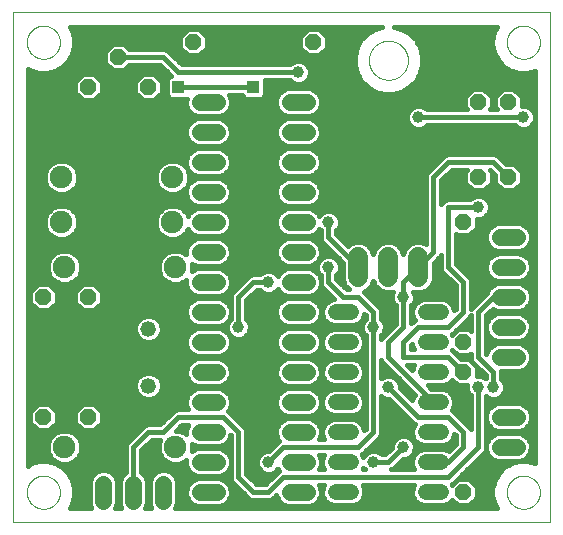
<source format=gtl>
G75*
%MOIN*%
%OFA0B0*%
%FSLAX25Y25*%
%IPPOS*%
%LPD*%
%AMOC8*
5,1,8,0,0,1.08239X$1,22.5*
%
%ADD10C,0.00000*%
%ADD11C,0.05200*%
%ADD12C,0.05600*%
%ADD13OC8,0.05200*%
%ADD14C,0.06600*%
%ADD15C,0.05200*%
%ADD16C,0.07500*%
%ADD17C,0.03962*%
%ADD18C,0.01600*%
%ADD19R,0.03962X0.03962*%
D10*
X0001800Y0003500D02*
X0001800Y0173461D01*
X0180501Y0173461D01*
X0180501Y0003500D01*
X0001800Y0003500D01*
X0006288Y0013500D02*
X0006290Y0013648D01*
X0006296Y0013796D01*
X0006306Y0013944D01*
X0006320Y0014091D01*
X0006338Y0014238D01*
X0006359Y0014384D01*
X0006385Y0014530D01*
X0006415Y0014675D01*
X0006448Y0014819D01*
X0006486Y0014962D01*
X0006527Y0015104D01*
X0006572Y0015245D01*
X0006620Y0015385D01*
X0006673Y0015524D01*
X0006729Y0015661D01*
X0006789Y0015796D01*
X0006852Y0015930D01*
X0006919Y0016062D01*
X0006990Y0016192D01*
X0007064Y0016320D01*
X0007141Y0016446D01*
X0007222Y0016570D01*
X0007306Y0016692D01*
X0007393Y0016811D01*
X0007484Y0016928D01*
X0007578Y0017043D01*
X0007674Y0017155D01*
X0007774Y0017265D01*
X0007876Y0017371D01*
X0007982Y0017475D01*
X0008090Y0017576D01*
X0008201Y0017674D01*
X0008314Y0017770D01*
X0008430Y0017862D01*
X0008548Y0017951D01*
X0008669Y0018036D01*
X0008792Y0018119D01*
X0008917Y0018198D01*
X0009044Y0018274D01*
X0009173Y0018346D01*
X0009304Y0018415D01*
X0009437Y0018480D01*
X0009572Y0018541D01*
X0009708Y0018599D01*
X0009845Y0018654D01*
X0009984Y0018704D01*
X0010125Y0018751D01*
X0010266Y0018794D01*
X0010409Y0018834D01*
X0010553Y0018869D01*
X0010697Y0018901D01*
X0010843Y0018928D01*
X0010989Y0018952D01*
X0011136Y0018972D01*
X0011283Y0018988D01*
X0011430Y0019000D01*
X0011578Y0019008D01*
X0011726Y0019012D01*
X0011874Y0019012D01*
X0012022Y0019008D01*
X0012170Y0019000D01*
X0012317Y0018988D01*
X0012464Y0018972D01*
X0012611Y0018952D01*
X0012757Y0018928D01*
X0012903Y0018901D01*
X0013047Y0018869D01*
X0013191Y0018834D01*
X0013334Y0018794D01*
X0013475Y0018751D01*
X0013616Y0018704D01*
X0013755Y0018654D01*
X0013892Y0018599D01*
X0014028Y0018541D01*
X0014163Y0018480D01*
X0014296Y0018415D01*
X0014427Y0018346D01*
X0014556Y0018274D01*
X0014683Y0018198D01*
X0014808Y0018119D01*
X0014931Y0018036D01*
X0015052Y0017951D01*
X0015170Y0017862D01*
X0015286Y0017770D01*
X0015399Y0017674D01*
X0015510Y0017576D01*
X0015618Y0017475D01*
X0015724Y0017371D01*
X0015826Y0017265D01*
X0015926Y0017155D01*
X0016022Y0017043D01*
X0016116Y0016928D01*
X0016207Y0016811D01*
X0016294Y0016692D01*
X0016378Y0016570D01*
X0016459Y0016446D01*
X0016536Y0016320D01*
X0016610Y0016192D01*
X0016681Y0016062D01*
X0016748Y0015930D01*
X0016811Y0015796D01*
X0016871Y0015661D01*
X0016927Y0015524D01*
X0016980Y0015385D01*
X0017028Y0015245D01*
X0017073Y0015104D01*
X0017114Y0014962D01*
X0017152Y0014819D01*
X0017185Y0014675D01*
X0017215Y0014530D01*
X0017241Y0014384D01*
X0017262Y0014238D01*
X0017280Y0014091D01*
X0017294Y0013944D01*
X0017304Y0013796D01*
X0017310Y0013648D01*
X0017312Y0013500D01*
X0017310Y0013352D01*
X0017304Y0013204D01*
X0017294Y0013056D01*
X0017280Y0012909D01*
X0017262Y0012762D01*
X0017241Y0012616D01*
X0017215Y0012470D01*
X0017185Y0012325D01*
X0017152Y0012181D01*
X0017114Y0012038D01*
X0017073Y0011896D01*
X0017028Y0011755D01*
X0016980Y0011615D01*
X0016927Y0011476D01*
X0016871Y0011339D01*
X0016811Y0011204D01*
X0016748Y0011070D01*
X0016681Y0010938D01*
X0016610Y0010808D01*
X0016536Y0010680D01*
X0016459Y0010554D01*
X0016378Y0010430D01*
X0016294Y0010308D01*
X0016207Y0010189D01*
X0016116Y0010072D01*
X0016022Y0009957D01*
X0015926Y0009845D01*
X0015826Y0009735D01*
X0015724Y0009629D01*
X0015618Y0009525D01*
X0015510Y0009424D01*
X0015399Y0009326D01*
X0015286Y0009230D01*
X0015170Y0009138D01*
X0015052Y0009049D01*
X0014931Y0008964D01*
X0014808Y0008881D01*
X0014683Y0008802D01*
X0014556Y0008726D01*
X0014427Y0008654D01*
X0014296Y0008585D01*
X0014163Y0008520D01*
X0014028Y0008459D01*
X0013892Y0008401D01*
X0013755Y0008346D01*
X0013616Y0008296D01*
X0013475Y0008249D01*
X0013334Y0008206D01*
X0013191Y0008166D01*
X0013047Y0008131D01*
X0012903Y0008099D01*
X0012757Y0008072D01*
X0012611Y0008048D01*
X0012464Y0008028D01*
X0012317Y0008012D01*
X0012170Y0008000D01*
X0012022Y0007992D01*
X0011874Y0007988D01*
X0011726Y0007988D01*
X0011578Y0007992D01*
X0011430Y0008000D01*
X0011283Y0008012D01*
X0011136Y0008028D01*
X0010989Y0008048D01*
X0010843Y0008072D01*
X0010697Y0008099D01*
X0010553Y0008131D01*
X0010409Y0008166D01*
X0010266Y0008206D01*
X0010125Y0008249D01*
X0009984Y0008296D01*
X0009845Y0008346D01*
X0009708Y0008401D01*
X0009572Y0008459D01*
X0009437Y0008520D01*
X0009304Y0008585D01*
X0009173Y0008654D01*
X0009044Y0008726D01*
X0008917Y0008802D01*
X0008792Y0008881D01*
X0008669Y0008964D01*
X0008548Y0009049D01*
X0008430Y0009138D01*
X0008314Y0009230D01*
X0008201Y0009326D01*
X0008090Y0009424D01*
X0007982Y0009525D01*
X0007876Y0009629D01*
X0007774Y0009735D01*
X0007674Y0009845D01*
X0007578Y0009957D01*
X0007484Y0010072D01*
X0007393Y0010189D01*
X0007306Y0010308D01*
X0007222Y0010430D01*
X0007141Y0010554D01*
X0007064Y0010680D01*
X0006990Y0010808D01*
X0006919Y0010938D01*
X0006852Y0011070D01*
X0006789Y0011204D01*
X0006729Y0011339D01*
X0006673Y0011476D01*
X0006620Y0011615D01*
X0006572Y0011755D01*
X0006527Y0011896D01*
X0006486Y0012038D01*
X0006448Y0012181D01*
X0006415Y0012325D01*
X0006385Y0012470D01*
X0006359Y0012616D01*
X0006338Y0012762D01*
X0006320Y0012909D01*
X0006306Y0013056D01*
X0006296Y0013204D01*
X0006290Y0013352D01*
X0006288Y0013500D01*
X0120300Y0157500D02*
X0120302Y0157661D01*
X0120308Y0157821D01*
X0120318Y0157982D01*
X0120332Y0158142D01*
X0120350Y0158302D01*
X0120371Y0158461D01*
X0120397Y0158620D01*
X0120427Y0158778D01*
X0120460Y0158935D01*
X0120498Y0159092D01*
X0120539Y0159247D01*
X0120584Y0159401D01*
X0120633Y0159554D01*
X0120686Y0159706D01*
X0120742Y0159857D01*
X0120803Y0160006D01*
X0120866Y0160154D01*
X0120934Y0160300D01*
X0121005Y0160444D01*
X0121079Y0160586D01*
X0121157Y0160727D01*
X0121239Y0160865D01*
X0121324Y0161002D01*
X0121412Y0161136D01*
X0121504Y0161268D01*
X0121599Y0161398D01*
X0121697Y0161526D01*
X0121798Y0161651D01*
X0121902Y0161773D01*
X0122009Y0161893D01*
X0122119Y0162010D01*
X0122232Y0162125D01*
X0122348Y0162236D01*
X0122467Y0162345D01*
X0122588Y0162450D01*
X0122712Y0162553D01*
X0122838Y0162653D01*
X0122966Y0162749D01*
X0123097Y0162842D01*
X0123231Y0162932D01*
X0123366Y0163019D01*
X0123504Y0163102D01*
X0123643Y0163182D01*
X0123785Y0163258D01*
X0123928Y0163331D01*
X0124073Y0163400D01*
X0124220Y0163466D01*
X0124368Y0163528D01*
X0124518Y0163586D01*
X0124669Y0163641D01*
X0124822Y0163692D01*
X0124976Y0163739D01*
X0125131Y0163782D01*
X0125287Y0163821D01*
X0125443Y0163857D01*
X0125601Y0163888D01*
X0125759Y0163916D01*
X0125918Y0163940D01*
X0126078Y0163960D01*
X0126238Y0163976D01*
X0126398Y0163988D01*
X0126559Y0163996D01*
X0126720Y0164000D01*
X0126880Y0164000D01*
X0127041Y0163996D01*
X0127202Y0163988D01*
X0127362Y0163976D01*
X0127522Y0163960D01*
X0127682Y0163940D01*
X0127841Y0163916D01*
X0127999Y0163888D01*
X0128157Y0163857D01*
X0128313Y0163821D01*
X0128469Y0163782D01*
X0128624Y0163739D01*
X0128778Y0163692D01*
X0128931Y0163641D01*
X0129082Y0163586D01*
X0129232Y0163528D01*
X0129380Y0163466D01*
X0129527Y0163400D01*
X0129672Y0163331D01*
X0129815Y0163258D01*
X0129957Y0163182D01*
X0130096Y0163102D01*
X0130234Y0163019D01*
X0130369Y0162932D01*
X0130503Y0162842D01*
X0130634Y0162749D01*
X0130762Y0162653D01*
X0130888Y0162553D01*
X0131012Y0162450D01*
X0131133Y0162345D01*
X0131252Y0162236D01*
X0131368Y0162125D01*
X0131481Y0162010D01*
X0131591Y0161893D01*
X0131698Y0161773D01*
X0131802Y0161651D01*
X0131903Y0161526D01*
X0132001Y0161398D01*
X0132096Y0161268D01*
X0132188Y0161136D01*
X0132276Y0161002D01*
X0132361Y0160865D01*
X0132443Y0160727D01*
X0132521Y0160586D01*
X0132595Y0160444D01*
X0132666Y0160300D01*
X0132734Y0160154D01*
X0132797Y0160006D01*
X0132858Y0159857D01*
X0132914Y0159706D01*
X0132967Y0159554D01*
X0133016Y0159401D01*
X0133061Y0159247D01*
X0133102Y0159092D01*
X0133140Y0158935D01*
X0133173Y0158778D01*
X0133203Y0158620D01*
X0133229Y0158461D01*
X0133250Y0158302D01*
X0133268Y0158142D01*
X0133282Y0157982D01*
X0133292Y0157821D01*
X0133298Y0157661D01*
X0133300Y0157500D01*
X0133298Y0157339D01*
X0133292Y0157179D01*
X0133282Y0157018D01*
X0133268Y0156858D01*
X0133250Y0156698D01*
X0133229Y0156539D01*
X0133203Y0156380D01*
X0133173Y0156222D01*
X0133140Y0156065D01*
X0133102Y0155908D01*
X0133061Y0155753D01*
X0133016Y0155599D01*
X0132967Y0155446D01*
X0132914Y0155294D01*
X0132858Y0155143D01*
X0132797Y0154994D01*
X0132734Y0154846D01*
X0132666Y0154700D01*
X0132595Y0154556D01*
X0132521Y0154414D01*
X0132443Y0154273D01*
X0132361Y0154135D01*
X0132276Y0153998D01*
X0132188Y0153864D01*
X0132096Y0153732D01*
X0132001Y0153602D01*
X0131903Y0153474D01*
X0131802Y0153349D01*
X0131698Y0153227D01*
X0131591Y0153107D01*
X0131481Y0152990D01*
X0131368Y0152875D01*
X0131252Y0152764D01*
X0131133Y0152655D01*
X0131012Y0152550D01*
X0130888Y0152447D01*
X0130762Y0152347D01*
X0130634Y0152251D01*
X0130503Y0152158D01*
X0130369Y0152068D01*
X0130234Y0151981D01*
X0130096Y0151898D01*
X0129957Y0151818D01*
X0129815Y0151742D01*
X0129672Y0151669D01*
X0129527Y0151600D01*
X0129380Y0151534D01*
X0129232Y0151472D01*
X0129082Y0151414D01*
X0128931Y0151359D01*
X0128778Y0151308D01*
X0128624Y0151261D01*
X0128469Y0151218D01*
X0128313Y0151179D01*
X0128157Y0151143D01*
X0127999Y0151112D01*
X0127841Y0151084D01*
X0127682Y0151060D01*
X0127522Y0151040D01*
X0127362Y0151024D01*
X0127202Y0151012D01*
X0127041Y0151004D01*
X0126880Y0151000D01*
X0126720Y0151000D01*
X0126559Y0151004D01*
X0126398Y0151012D01*
X0126238Y0151024D01*
X0126078Y0151040D01*
X0125918Y0151060D01*
X0125759Y0151084D01*
X0125601Y0151112D01*
X0125443Y0151143D01*
X0125287Y0151179D01*
X0125131Y0151218D01*
X0124976Y0151261D01*
X0124822Y0151308D01*
X0124669Y0151359D01*
X0124518Y0151414D01*
X0124368Y0151472D01*
X0124220Y0151534D01*
X0124073Y0151600D01*
X0123928Y0151669D01*
X0123785Y0151742D01*
X0123643Y0151818D01*
X0123504Y0151898D01*
X0123366Y0151981D01*
X0123231Y0152068D01*
X0123097Y0152158D01*
X0122966Y0152251D01*
X0122838Y0152347D01*
X0122712Y0152447D01*
X0122588Y0152550D01*
X0122467Y0152655D01*
X0122348Y0152764D01*
X0122232Y0152875D01*
X0122119Y0152990D01*
X0122009Y0153107D01*
X0121902Y0153227D01*
X0121798Y0153349D01*
X0121697Y0153474D01*
X0121599Y0153602D01*
X0121504Y0153732D01*
X0121412Y0153864D01*
X0121324Y0153998D01*
X0121239Y0154135D01*
X0121157Y0154273D01*
X0121079Y0154414D01*
X0121005Y0154556D01*
X0120934Y0154700D01*
X0120866Y0154846D01*
X0120803Y0154994D01*
X0120742Y0155143D01*
X0120686Y0155294D01*
X0120633Y0155446D01*
X0120584Y0155599D01*
X0120539Y0155753D01*
X0120498Y0155908D01*
X0120460Y0156065D01*
X0120427Y0156222D01*
X0120397Y0156380D01*
X0120371Y0156539D01*
X0120350Y0156698D01*
X0120332Y0156858D01*
X0120318Y0157018D01*
X0120308Y0157179D01*
X0120302Y0157339D01*
X0120300Y0157500D01*
X0166288Y0163500D02*
X0166290Y0163648D01*
X0166296Y0163796D01*
X0166306Y0163944D01*
X0166320Y0164091D01*
X0166338Y0164238D01*
X0166359Y0164384D01*
X0166385Y0164530D01*
X0166415Y0164675D01*
X0166448Y0164819D01*
X0166486Y0164962D01*
X0166527Y0165104D01*
X0166572Y0165245D01*
X0166620Y0165385D01*
X0166673Y0165524D01*
X0166729Y0165661D01*
X0166789Y0165796D01*
X0166852Y0165930D01*
X0166919Y0166062D01*
X0166990Y0166192D01*
X0167064Y0166320D01*
X0167141Y0166446D01*
X0167222Y0166570D01*
X0167306Y0166692D01*
X0167393Y0166811D01*
X0167484Y0166928D01*
X0167578Y0167043D01*
X0167674Y0167155D01*
X0167774Y0167265D01*
X0167876Y0167371D01*
X0167982Y0167475D01*
X0168090Y0167576D01*
X0168201Y0167674D01*
X0168314Y0167770D01*
X0168430Y0167862D01*
X0168548Y0167951D01*
X0168669Y0168036D01*
X0168792Y0168119D01*
X0168917Y0168198D01*
X0169044Y0168274D01*
X0169173Y0168346D01*
X0169304Y0168415D01*
X0169437Y0168480D01*
X0169572Y0168541D01*
X0169708Y0168599D01*
X0169845Y0168654D01*
X0169984Y0168704D01*
X0170125Y0168751D01*
X0170266Y0168794D01*
X0170409Y0168834D01*
X0170553Y0168869D01*
X0170697Y0168901D01*
X0170843Y0168928D01*
X0170989Y0168952D01*
X0171136Y0168972D01*
X0171283Y0168988D01*
X0171430Y0169000D01*
X0171578Y0169008D01*
X0171726Y0169012D01*
X0171874Y0169012D01*
X0172022Y0169008D01*
X0172170Y0169000D01*
X0172317Y0168988D01*
X0172464Y0168972D01*
X0172611Y0168952D01*
X0172757Y0168928D01*
X0172903Y0168901D01*
X0173047Y0168869D01*
X0173191Y0168834D01*
X0173334Y0168794D01*
X0173475Y0168751D01*
X0173616Y0168704D01*
X0173755Y0168654D01*
X0173892Y0168599D01*
X0174028Y0168541D01*
X0174163Y0168480D01*
X0174296Y0168415D01*
X0174427Y0168346D01*
X0174556Y0168274D01*
X0174683Y0168198D01*
X0174808Y0168119D01*
X0174931Y0168036D01*
X0175052Y0167951D01*
X0175170Y0167862D01*
X0175286Y0167770D01*
X0175399Y0167674D01*
X0175510Y0167576D01*
X0175618Y0167475D01*
X0175724Y0167371D01*
X0175826Y0167265D01*
X0175926Y0167155D01*
X0176022Y0167043D01*
X0176116Y0166928D01*
X0176207Y0166811D01*
X0176294Y0166692D01*
X0176378Y0166570D01*
X0176459Y0166446D01*
X0176536Y0166320D01*
X0176610Y0166192D01*
X0176681Y0166062D01*
X0176748Y0165930D01*
X0176811Y0165796D01*
X0176871Y0165661D01*
X0176927Y0165524D01*
X0176980Y0165385D01*
X0177028Y0165245D01*
X0177073Y0165104D01*
X0177114Y0164962D01*
X0177152Y0164819D01*
X0177185Y0164675D01*
X0177215Y0164530D01*
X0177241Y0164384D01*
X0177262Y0164238D01*
X0177280Y0164091D01*
X0177294Y0163944D01*
X0177304Y0163796D01*
X0177310Y0163648D01*
X0177312Y0163500D01*
X0177310Y0163352D01*
X0177304Y0163204D01*
X0177294Y0163056D01*
X0177280Y0162909D01*
X0177262Y0162762D01*
X0177241Y0162616D01*
X0177215Y0162470D01*
X0177185Y0162325D01*
X0177152Y0162181D01*
X0177114Y0162038D01*
X0177073Y0161896D01*
X0177028Y0161755D01*
X0176980Y0161615D01*
X0176927Y0161476D01*
X0176871Y0161339D01*
X0176811Y0161204D01*
X0176748Y0161070D01*
X0176681Y0160938D01*
X0176610Y0160808D01*
X0176536Y0160680D01*
X0176459Y0160554D01*
X0176378Y0160430D01*
X0176294Y0160308D01*
X0176207Y0160189D01*
X0176116Y0160072D01*
X0176022Y0159957D01*
X0175926Y0159845D01*
X0175826Y0159735D01*
X0175724Y0159629D01*
X0175618Y0159525D01*
X0175510Y0159424D01*
X0175399Y0159326D01*
X0175286Y0159230D01*
X0175170Y0159138D01*
X0175052Y0159049D01*
X0174931Y0158964D01*
X0174808Y0158881D01*
X0174683Y0158802D01*
X0174556Y0158726D01*
X0174427Y0158654D01*
X0174296Y0158585D01*
X0174163Y0158520D01*
X0174028Y0158459D01*
X0173892Y0158401D01*
X0173755Y0158346D01*
X0173616Y0158296D01*
X0173475Y0158249D01*
X0173334Y0158206D01*
X0173191Y0158166D01*
X0173047Y0158131D01*
X0172903Y0158099D01*
X0172757Y0158072D01*
X0172611Y0158048D01*
X0172464Y0158028D01*
X0172317Y0158012D01*
X0172170Y0158000D01*
X0172022Y0157992D01*
X0171874Y0157988D01*
X0171726Y0157988D01*
X0171578Y0157992D01*
X0171430Y0158000D01*
X0171283Y0158012D01*
X0171136Y0158028D01*
X0170989Y0158048D01*
X0170843Y0158072D01*
X0170697Y0158099D01*
X0170553Y0158131D01*
X0170409Y0158166D01*
X0170266Y0158206D01*
X0170125Y0158249D01*
X0169984Y0158296D01*
X0169845Y0158346D01*
X0169708Y0158401D01*
X0169572Y0158459D01*
X0169437Y0158520D01*
X0169304Y0158585D01*
X0169173Y0158654D01*
X0169044Y0158726D01*
X0168917Y0158802D01*
X0168792Y0158881D01*
X0168669Y0158964D01*
X0168548Y0159049D01*
X0168430Y0159138D01*
X0168314Y0159230D01*
X0168201Y0159326D01*
X0168090Y0159424D01*
X0167982Y0159525D01*
X0167876Y0159629D01*
X0167774Y0159735D01*
X0167674Y0159845D01*
X0167578Y0159957D01*
X0167484Y0160072D01*
X0167393Y0160189D01*
X0167306Y0160308D01*
X0167222Y0160430D01*
X0167141Y0160554D01*
X0167064Y0160680D01*
X0166990Y0160808D01*
X0166919Y0160938D01*
X0166852Y0161070D01*
X0166789Y0161204D01*
X0166729Y0161339D01*
X0166673Y0161476D01*
X0166620Y0161615D01*
X0166572Y0161755D01*
X0166527Y0161896D01*
X0166486Y0162038D01*
X0166448Y0162181D01*
X0166415Y0162325D01*
X0166385Y0162470D01*
X0166359Y0162616D01*
X0166338Y0162762D01*
X0166320Y0162909D01*
X0166306Y0163056D01*
X0166296Y0163204D01*
X0166290Y0163352D01*
X0166288Y0163500D01*
X0006288Y0163500D02*
X0006290Y0163648D01*
X0006296Y0163796D01*
X0006306Y0163944D01*
X0006320Y0164091D01*
X0006338Y0164238D01*
X0006359Y0164384D01*
X0006385Y0164530D01*
X0006415Y0164675D01*
X0006448Y0164819D01*
X0006486Y0164962D01*
X0006527Y0165104D01*
X0006572Y0165245D01*
X0006620Y0165385D01*
X0006673Y0165524D01*
X0006729Y0165661D01*
X0006789Y0165796D01*
X0006852Y0165930D01*
X0006919Y0166062D01*
X0006990Y0166192D01*
X0007064Y0166320D01*
X0007141Y0166446D01*
X0007222Y0166570D01*
X0007306Y0166692D01*
X0007393Y0166811D01*
X0007484Y0166928D01*
X0007578Y0167043D01*
X0007674Y0167155D01*
X0007774Y0167265D01*
X0007876Y0167371D01*
X0007982Y0167475D01*
X0008090Y0167576D01*
X0008201Y0167674D01*
X0008314Y0167770D01*
X0008430Y0167862D01*
X0008548Y0167951D01*
X0008669Y0168036D01*
X0008792Y0168119D01*
X0008917Y0168198D01*
X0009044Y0168274D01*
X0009173Y0168346D01*
X0009304Y0168415D01*
X0009437Y0168480D01*
X0009572Y0168541D01*
X0009708Y0168599D01*
X0009845Y0168654D01*
X0009984Y0168704D01*
X0010125Y0168751D01*
X0010266Y0168794D01*
X0010409Y0168834D01*
X0010553Y0168869D01*
X0010697Y0168901D01*
X0010843Y0168928D01*
X0010989Y0168952D01*
X0011136Y0168972D01*
X0011283Y0168988D01*
X0011430Y0169000D01*
X0011578Y0169008D01*
X0011726Y0169012D01*
X0011874Y0169012D01*
X0012022Y0169008D01*
X0012170Y0169000D01*
X0012317Y0168988D01*
X0012464Y0168972D01*
X0012611Y0168952D01*
X0012757Y0168928D01*
X0012903Y0168901D01*
X0013047Y0168869D01*
X0013191Y0168834D01*
X0013334Y0168794D01*
X0013475Y0168751D01*
X0013616Y0168704D01*
X0013755Y0168654D01*
X0013892Y0168599D01*
X0014028Y0168541D01*
X0014163Y0168480D01*
X0014296Y0168415D01*
X0014427Y0168346D01*
X0014556Y0168274D01*
X0014683Y0168198D01*
X0014808Y0168119D01*
X0014931Y0168036D01*
X0015052Y0167951D01*
X0015170Y0167862D01*
X0015286Y0167770D01*
X0015399Y0167674D01*
X0015510Y0167576D01*
X0015618Y0167475D01*
X0015724Y0167371D01*
X0015826Y0167265D01*
X0015926Y0167155D01*
X0016022Y0167043D01*
X0016116Y0166928D01*
X0016207Y0166811D01*
X0016294Y0166692D01*
X0016378Y0166570D01*
X0016459Y0166446D01*
X0016536Y0166320D01*
X0016610Y0166192D01*
X0016681Y0166062D01*
X0016748Y0165930D01*
X0016811Y0165796D01*
X0016871Y0165661D01*
X0016927Y0165524D01*
X0016980Y0165385D01*
X0017028Y0165245D01*
X0017073Y0165104D01*
X0017114Y0164962D01*
X0017152Y0164819D01*
X0017185Y0164675D01*
X0017215Y0164530D01*
X0017241Y0164384D01*
X0017262Y0164238D01*
X0017280Y0164091D01*
X0017294Y0163944D01*
X0017304Y0163796D01*
X0017310Y0163648D01*
X0017312Y0163500D01*
X0017310Y0163352D01*
X0017304Y0163204D01*
X0017294Y0163056D01*
X0017280Y0162909D01*
X0017262Y0162762D01*
X0017241Y0162616D01*
X0017215Y0162470D01*
X0017185Y0162325D01*
X0017152Y0162181D01*
X0017114Y0162038D01*
X0017073Y0161896D01*
X0017028Y0161755D01*
X0016980Y0161615D01*
X0016927Y0161476D01*
X0016871Y0161339D01*
X0016811Y0161204D01*
X0016748Y0161070D01*
X0016681Y0160938D01*
X0016610Y0160808D01*
X0016536Y0160680D01*
X0016459Y0160554D01*
X0016378Y0160430D01*
X0016294Y0160308D01*
X0016207Y0160189D01*
X0016116Y0160072D01*
X0016022Y0159957D01*
X0015926Y0159845D01*
X0015826Y0159735D01*
X0015724Y0159629D01*
X0015618Y0159525D01*
X0015510Y0159424D01*
X0015399Y0159326D01*
X0015286Y0159230D01*
X0015170Y0159138D01*
X0015052Y0159049D01*
X0014931Y0158964D01*
X0014808Y0158881D01*
X0014683Y0158802D01*
X0014556Y0158726D01*
X0014427Y0158654D01*
X0014296Y0158585D01*
X0014163Y0158520D01*
X0014028Y0158459D01*
X0013892Y0158401D01*
X0013755Y0158346D01*
X0013616Y0158296D01*
X0013475Y0158249D01*
X0013334Y0158206D01*
X0013191Y0158166D01*
X0013047Y0158131D01*
X0012903Y0158099D01*
X0012757Y0158072D01*
X0012611Y0158048D01*
X0012464Y0158028D01*
X0012317Y0158012D01*
X0012170Y0158000D01*
X0012022Y0157992D01*
X0011874Y0157988D01*
X0011726Y0157988D01*
X0011578Y0157992D01*
X0011430Y0158000D01*
X0011283Y0158012D01*
X0011136Y0158028D01*
X0010989Y0158048D01*
X0010843Y0158072D01*
X0010697Y0158099D01*
X0010553Y0158131D01*
X0010409Y0158166D01*
X0010266Y0158206D01*
X0010125Y0158249D01*
X0009984Y0158296D01*
X0009845Y0158346D01*
X0009708Y0158401D01*
X0009572Y0158459D01*
X0009437Y0158520D01*
X0009304Y0158585D01*
X0009173Y0158654D01*
X0009044Y0158726D01*
X0008917Y0158802D01*
X0008792Y0158881D01*
X0008669Y0158964D01*
X0008548Y0159049D01*
X0008430Y0159138D01*
X0008314Y0159230D01*
X0008201Y0159326D01*
X0008090Y0159424D01*
X0007982Y0159525D01*
X0007876Y0159629D01*
X0007774Y0159735D01*
X0007674Y0159845D01*
X0007578Y0159957D01*
X0007484Y0160072D01*
X0007393Y0160189D01*
X0007306Y0160308D01*
X0007222Y0160430D01*
X0007141Y0160554D01*
X0007064Y0160680D01*
X0006990Y0160808D01*
X0006919Y0160938D01*
X0006852Y0161070D01*
X0006789Y0161204D01*
X0006729Y0161339D01*
X0006673Y0161476D01*
X0006620Y0161615D01*
X0006572Y0161755D01*
X0006527Y0161896D01*
X0006486Y0162038D01*
X0006448Y0162181D01*
X0006415Y0162325D01*
X0006385Y0162470D01*
X0006359Y0162616D01*
X0006338Y0162762D01*
X0006320Y0162909D01*
X0006306Y0163056D01*
X0006296Y0163204D01*
X0006290Y0163352D01*
X0006288Y0163500D01*
X0166288Y0013500D02*
X0166290Y0013648D01*
X0166296Y0013796D01*
X0166306Y0013944D01*
X0166320Y0014091D01*
X0166338Y0014238D01*
X0166359Y0014384D01*
X0166385Y0014530D01*
X0166415Y0014675D01*
X0166448Y0014819D01*
X0166486Y0014962D01*
X0166527Y0015104D01*
X0166572Y0015245D01*
X0166620Y0015385D01*
X0166673Y0015524D01*
X0166729Y0015661D01*
X0166789Y0015796D01*
X0166852Y0015930D01*
X0166919Y0016062D01*
X0166990Y0016192D01*
X0167064Y0016320D01*
X0167141Y0016446D01*
X0167222Y0016570D01*
X0167306Y0016692D01*
X0167393Y0016811D01*
X0167484Y0016928D01*
X0167578Y0017043D01*
X0167674Y0017155D01*
X0167774Y0017265D01*
X0167876Y0017371D01*
X0167982Y0017475D01*
X0168090Y0017576D01*
X0168201Y0017674D01*
X0168314Y0017770D01*
X0168430Y0017862D01*
X0168548Y0017951D01*
X0168669Y0018036D01*
X0168792Y0018119D01*
X0168917Y0018198D01*
X0169044Y0018274D01*
X0169173Y0018346D01*
X0169304Y0018415D01*
X0169437Y0018480D01*
X0169572Y0018541D01*
X0169708Y0018599D01*
X0169845Y0018654D01*
X0169984Y0018704D01*
X0170125Y0018751D01*
X0170266Y0018794D01*
X0170409Y0018834D01*
X0170553Y0018869D01*
X0170697Y0018901D01*
X0170843Y0018928D01*
X0170989Y0018952D01*
X0171136Y0018972D01*
X0171283Y0018988D01*
X0171430Y0019000D01*
X0171578Y0019008D01*
X0171726Y0019012D01*
X0171874Y0019012D01*
X0172022Y0019008D01*
X0172170Y0019000D01*
X0172317Y0018988D01*
X0172464Y0018972D01*
X0172611Y0018952D01*
X0172757Y0018928D01*
X0172903Y0018901D01*
X0173047Y0018869D01*
X0173191Y0018834D01*
X0173334Y0018794D01*
X0173475Y0018751D01*
X0173616Y0018704D01*
X0173755Y0018654D01*
X0173892Y0018599D01*
X0174028Y0018541D01*
X0174163Y0018480D01*
X0174296Y0018415D01*
X0174427Y0018346D01*
X0174556Y0018274D01*
X0174683Y0018198D01*
X0174808Y0018119D01*
X0174931Y0018036D01*
X0175052Y0017951D01*
X0175170Y0017862D01*
X0175286Y0017770D01*
X0175399Y0017674D01*
X0175510Y0017576D01*
X0175618Y0017475D01*
X0175724Y0017371D01*
X0175826Y0017265D01*
X0175926Y0017155D01*
X0176022Y0017043D01*
X0176116Y0016928D01*
X0176207Y0016811D01*
X0176294Y0016692D01*
X0176378Y0016570D01*
X0176459Y0016446D01*
X0176536Y0016320D01*
X0176610Y0016192D01*
X0176681Y0016062D01*
X0176748Y0015930D01*
X0176811Y0015796D01*
X0176871Y0015661D01*
X0176927Y0015524D01*
X0176980Y0015385D01*
X0177028Y0015245D01*
X0177073Y0015104D01*
X0177114Y0014962D01*
X0177152Y0014819D01*
X0177185Y0014675D01*
X0177215Y0014530D01*
X0177241Y0014384D01*
X0177262Y0014238D01*
X0177280Y0014091D01*
X0177294Y0013944D01*
X0177304Y0013796D01*
X0177310Y0013648D01*
X0177312Y0013500D01*
X0177310Y0013352D01*
X0177304Y0013204D01*
X0177294Y0013056D01*
X0177280Y0012909D01*
X0177262Y0012762D01*
X0177241Y0012616D01*
X0177215Y0012470D01*
X0177185Y0012325D01*
X0177152Y0012181D01*
X0177114Y0012038D01*
X0177073Y0011896D01*
X0177028Y0011755D01*
X0176980Y0011615D01*
X0176927Y0011476D01*
X0176871Y0011339D01*
X0176811Y0011204D01*
X0176748Y0011070D01*
X0176681Y0010938D01*
X0176610Y0010808D01*
X0176536Y0010680D01*
X0176459Y0010554D01*
X0176378Y0010430D01*
X0176294Y0010308D01*
X0176207Y0010189D01*
X0176116Y0010072D01*
X0176022Y0009957D01*
X0175926Y0009845D01*
X0175826Y0009735D01*
X0175724Y0009629D01*
X0175618Y0009525D01*
X0175510Y0009424D01*
X0175399Y0009326D01*
X0175286Y0009230D01*
X0175170Y0009138D01*
X0175052Y0009049D01*
X0174931Y0008964D01*
X0174808Y0008881D01*
X0174683Y0008802D01*
X0174556Y0008726D01*
X0174427Y0008654D01*
X0174296Y0008585D01*
X0174163Y0008520D01*
X0174028Y0008459D01*
X0173892Y0008401D01*
X0173755Y0008346D01*
X0173616Y0008296D01*
X0173475Y0008249D01*
X0173334Y0008206D01*
X0173191Y0008166D01*
X0173047Y0008131D01*
X0172903Y0008099D01*
X0172757Y0008072D01*
X0172611Y0008048D01*
X0172464Y0008028D01*
X0172317Y0008012D01*
X0172170Y0008000D01*
X0172022Y0007992D01*
X0171874Y0007988D01*
X0171726Y0007988D01*
X0171578Y0007992D01*
X0171430Y0008000D01*
X0171283Y0008012D01*
X0171136Y0008028D01*
X0170989Y0008048D01*
X0170843Y0008072D01*
X0170697Y0008099D01*
X0170553Y0008131D01*
X0170409Y0008166D01*
X0170266Y0008206D01*
X0170125Y0008249D01*
X0169984Y0008296D01*
X0169845Y0008346D01*
X0169708Y0008401D01*
X0169572Y0008459D01*
X0169437Y0008520D01*
X0169304Y0008585D01*
X0169173Y0008654D01*
X0169044Y0008726D01*
X0168917Y0008802D01*
X0168792Y0008881D01*
X0168669Y0008964D01*
X0168548Y0009049D01*
X0168430Y0009138D01*
X0168314Y0009230D01*
X0168201Y0009326D01*
X0168090Y0009424D01*
X0167982Y0009525D01*
X0167876Y0009629D01*
X0167774Y0009735D01*
X0167674Y0009845D01*
X0167578Y0009957D01*
X0167484Y0010072D01*
X0167393Y0010189D01*
X0167306Y0010308D01*
X0167222Y0010430D01*
X0167141Y0010554D01*
X0167064Y0010680D01*
X0166990Y0010808D01*
X0166919Y0010938D01*
X0166852Y0011070D01*
X0166789Y0011204D01*
X0166729Y0011339D01*
X0166673Y0011476D01*
X0166620Y0011615D01*
X0166572Y0011755D01*
X0166527Y0011896D01*
X0166486Y0012038D01*
X0166448Y0012181D01*
X0166415Y0012325D01*
X0166385Y0012470D01*
X0166359Y0012616D01*
X0166338Y0012762D01*
X0166320Y0012909D01*
X0166306Y0013056D01*
X0166296Y0013204D01*
X0166290Y0013352D01*
X0166288Y0013500D01*
D11*
X0144400Y0013500D02*
X0139200Y0013500D01*
X0139200Y0023500D02*
X0144400Y0023500D01*
X0144400Y0033500D02*
X0139200Y0033500D01*
X0139200Y0043500D02*
X0144400Y0043500D01*
X0144400Y0053500D02*
X0139200Y0053500D01*
X0139200Y0063500D02*
X0144400Y0063500D01*
X0144400Y0073500D02*
X0139200Y0073500D01*
X0114400Y0073500D02*
X0109200Y0073500D01*
X0109200Y0063500D02*
X0114400Y0063500D01*
X0114400Y0053500D02*
X0109200Y0053500D01*
X0109200Y0043500D02*
X0114400Y0043500D01*
X0114400Y0033500D02*
X0109200Y0033500D01*
X0109200Y0023500D02*
X0114400Y0023500D01*
X0114400Y0013500D02*
X0109200Y0013500D01*
D12*
X0099600Y0013500D02*
X0094000Y0013500D01*
X0094000Y0023500D02*
X0099600Y0023500D01*
X0099600Y0033500D02*
X0094000Y0033500D01*
X0094000Y0043500D02*
X0099600Y0043500D01*
X0099600Y0053500D02*
X0094000Y0053500D01*
X0094000Y0063500D02*
X0099600Y0063500D01*
X0099600Y0073500D02*
X0094000Y0073500D01*
X0094000Y0083500D02*
X0099600Y0083500D01*
X0099600Y0093500D02*
X0094000Y0093500D01*
X0094000Y0103500D02*
X0099600Y0103500D01*
X0099600Y0113500D02*
X0094000Y0113500D01*
X0094000Y0123500D02*
X0099600Y0123500D01*
X0099600Y0133500D02*
X0094000Y0133500D01*
X0094000Y0143500D02*
X0099600Y0143500D01*
X0069600Y0143500D02*
X0064000Y0143500D01*
X0064000Y0133500D02*
X0069600Y0133500D01*
X0069600Y0123500D02*
X0064000Y0123500D01*
X0064000Y0113500D02*
X0069600Y0113500D01*
X0069600Y0103500D02*
X0064000Y0103500D01*
X0064000Y0093500D02*
X0069600Y0093500D01*
X0069600Y0083500D02*
X0064000Y0083500D01*
X0064000Y0073500D02*
X0069600Y0073500D01*
X0069600Y0063500D02*
X0064000Y0063500D01*
X0064000Y0053500D02*
X0069600Y0053500D01*
X0069600Y0043500D02*
X0064000Y0043500D01*
X0064000Y0033500D02*
X0069600Y0033500D01*
X0069600Y0023500D02*
X0064000Y0023500D01*
X0064000Y0013500D02*
X0069600Y0013500D01*
X0051800Y0010700D02*
X0051800Y0016300D01*
X0041800Y0016300D02*
X0041800Y0010700D01*
X0031800Y0010700D02*
X0031800Y0016300D01*
X0164000Y0028500D02*
X0169600Y0028500D01*
X0169600Y0038500D02*
X0164000Y0038500D01*
X0164000Y0058500D02*
X0169600Y0058500D01*
X0169600Y0068500D02*
X0164000Y0068500D01*
X0164000Y0078500D02*
X0169600Y0078500D01*
X0169600Y0088500D02*
X0164000Y0088500D01*
X0164000Y0098500D02*
X0169600Y0098500D01*
D13*
X0151800Y0103500D03*
X0156800Y0118500D03*
X0166800Y0118500D03*
X0166800Y0143500D03*
X0156800Y0143500D03*
X0101800Y0163500D03*
X0061800Y0163500D03*
X0046800Y0148500D03*
X0036800Y0158500D03*
X0026800Y0148500D03*
X0026800Y0078500D03*
X0011800Y0078500D03*
X0011800Y0038500D03*
X0026800Y0038500D03*
X0151800Y0053500D03*
X0151800Y0063500D03*
X0151800Y0013500D03*
D14*
X0136800Y0085200D02*
X0136800Y0091800D01*
X0126800Y0091800D02*
X0126800Y0085200D01*
X0116800Y0085200D02*
X0116800Y0091800D01*
D15*
X0046800Y0068000D03*
X0046800Y0049000D03*
D16*
X0055800Y0028500D03*
X0018800Y0028500D03*
X0018800Y0088500D03*
X0017800Y0103500D03*
X0017800Y0118500D03*
X0054800Y0118500D03*
X0054800Y0103500D03*
X0055800Y0088500D03*
D17*
X0076800Y0068500D03*
X0086800Y0083500D03*
X0106800Y0088500D03*
X0106800Y0103500D03*
X0131800Y0078500D03*
X0121800Y0068500D03*
X0126800Y0048500D03*
X0131800Y0028500D03*
X0121800Y0023500D03*
X0086800Y0023500D03*
X0156800Y0048500D03*
X0161800Y0048500D03*
X0156800Y0108500D03*
X0171800Y0138500D03*
X0136800Y0138500D03*
X0096800Y0153500D03*
D18*
X0056800Y0153500D01*
X0051800Y0158500D01*
X0036800Y0158500D01*
X0039881Y0155359D02*
X0051264Y0155359D01*
X0050723Y0155900D02*
X0054342Y0152281D01*
X0054073Y0152281D01*
X0053019Y0151227D01*
X0053019Y0145773D01*
X0054073Y0144719D01*
X0059526Y0144719D01*
X0059400Y0144415D01*
X0059400Y0142585D01*
X0060100Y0140894D01*
X0061394Y0139600D01*
X0063085Y0138900D01*
X0070515Y0138900D01*
X0072206Y0139600D01*
X0073500Y0140894D01*
X0074200Y0142585D01*
X0074200Y0144415D01*
X0073585Y0145900D01*
X0078019Y0145900D01*
X0078019Y0145773D01*
X0079073Y0144719D01*
X0084527Y0144719D01*
X0085581Y0145773D01*
X0085581Y0150900D01*
X0094053Y0150900D01*
X0094658Y0150295D01*
X0096048Y0149719D01*
X0097552Y0149719D01*
X0098942Y0150295D01*
X0100005Y0151358D01*
X0100581Y0152748D01*
X0100581Y0154252D01*
X0100005Y0155642D01*
X0098942Y0156705D01*
X0097552Y0157281D01*
X0096048Y0157281D01*
X0094658Y0156705D01*
X0094053Y0156100D01*
X0057877Y0156100D01*
X0054004Y0159973D01*
X0053273Y0160704D01*
X0052317Y0161100D01*
X0040423Y0161100D01*
X0038623Y0162900D01*
X0034977Y0162900D01*
X0032400Y0160323D01*
X0032400Y0156677D01*
X0034977Y0154100D01*
X0038623Y0154100D01*
X0040423Y0155900D01*
X0050723Y0155900D01*
X0048623Y0152900D02*
X0044977Y0152900D01*
X0042400Y0150323D01*
X0042400Y0146677D01*
X0044977Y0144100D01*
X0048623Y0144100D01*
X0051200Y0146677D01*
X0051200Y0150323D01*
X0048623Y0152900D01*
X0049361Y0152162D02*
X0053954Y0152162D01*
X0053019Y0150563D02*
X0050959Y0150563D01*
X0051200Y0148965D02*
X0053019Y0148965D01*
X0053019Y0147366D02*
X0051200Y0147366D01*
X0050290Y0145768D02*
X0053025Y0145768D01*
X0056800Y0148500D02*
X0081800Y0148500D01*
X0085581Y0148965D02*
X0119355Y0148965D01*
X0119862Y0148458D02*
X0122438Y0146970D01*
X0125312Y0146200D01*
X0128288Y0146200D01*
X0131162Y0146970D01*
X0133738Y0148458D01*
X0135842Y0150562D01*
X0137330Y0153138D01*
X0138100Y0156012D01*
X0138100Y0158988D01*
X0137330Y0161862D01*
X0135842Y0164438D01*
X0133738Y0166542D01*
X0131162Y0168030D01*
X0128808Y0168661D01*
X0162872Y0168661D01*
X0162191Y0167480D01*
X0161488Y0164858D01*
X0161488Y0162142D01*
X0162191Y0159520D01*
X0163548Y0157168D01*
X0165468Y0155248D01*
X0167820Y0153891D01*
X0170442Y0153188D01*
X0173158Y0153188D01*
X0175701Y0153870D01*
X0175701Y0023130D01*
X0173158Y0023812D01*
X0170442Y0023812D01*
X0167820Y0023109D01*
X0165468Y0021751D01*
X0163548Y0019832D01*
X0162191Y0017480D01*
X0161488Y0014858D01*
X0161488Y0012142D01*
X0162191Y0009520D01*
X0162895Y0008300D01*
X0055785Y0008300D01*
X0056400Y0009785D01*
X0056400Y0017215D01*
X0055700Y0018906D01*
X0054406Y0020200D01*
X0052715Y0020900D01*
X0050885Y0020900D01*
X0049194Y0020200D01*
X0047900Y0018906D01*
X0047200Y0017215D01*
X0047200Y0009785D01*
X0047815Y0008300D01*
X0045785Y0008300D01*
X0046400Y0009785D01*
X0046400Y0017215D01*
X0045700Y0018906D01*
X0044406Y0020200D01*
X0044400Y0020202D01*
X0044400Y0027423D01*
X0047877Y0030900D01*
X0050787Y0030900D01*
X0050250Y0029604D01*
X0050250Y0027396D01*
X0051095Y0025356D01*
X0052656Y0023795D01*
X0054696Y0022950D01*
X0056904Y0022950D01*
X0058944Y0023795D01*
X0059400Y0024251D01*
X0059400Y0022585D01*
X0060100Y0020894D01*
X0061394Y0019600D01*
X0063085Y0018900D01*
X0070515Y0018900D01*
X0072206Y0019600D01*
X0073500Y0020894D01*
X0074200Y0022585D01*
X0074200Y0024415D01*
X0073500Y0026106D01*
X0072206Y0027400D01*
X0070515Y0028100D01*
X0063085Y0028100D01*
X0061394Y0027400D01*
X0061321Y0027327D01*
X0061350Y0027396D01*
X0061350Y0029604D01*
X0061321Y0029673D01*
X0061394Y0029600D01*
X0063085Y0028900D01*
X0070515Y0028900D01*
X0072206Y0029600D01*
X0073500Y0030894D01*
X0074153Y0032470D01*
X0074200Y0032423D01*
X0074200Y0017983D01*
X0074596Y0017027D01*
X0075327Y0016296D01*
X0080327Y0011296D01*
X0081283Y0010900D01*
X0087317Y0010900D01*
X0088273Y0011296D01*
X0089004Y0012027D01*
X0089447Y0012470D01*
X0090100Y0010894D01*
X0091394Y0009600D01*
X0093085Y0008900D01*
X0100515Y0008900D01*
X0102206Y0009600D01*
X0103500Y0010894D01*
X0104200Y0012585D01*
X0104200Y0014415D01*
X0103585Y0015900D01*
X0105432Y0015900D01*
X0104800Y0014375D01*
X0104800Y0012625D01*
X0105470Y0011008D01*
X0106708Y0009770D01*
X0108325Y0009100D01*
X0115275Y0009100D01*
X0116892Y0009770D01*
X0118130Y0011008D01*
X0118800Y0012625D01*
X0118800Y0014375D01*
X0118168Y0015900D01*
X0135432Y0015900D01*
X0134800Y0014375D01*
X0134800Y0012625D01*
X0135470Y0011008D01*
X0136708Y0009770D01*
X0138325Y0009100D01*
X0145275Y0009100D01*
X0146892Y0009770D01*
X0148100Y0010977D01*
X0149977Y0009100D01*
X0153623Y0009100D01*
X0156200Y0011677D01*
X0156200Y0015323D01*
X0153623Y0017900D01*
X0149977Y0017900D01*
X0148100Y0016023D01*
X0147957Y0016165D01*
X0148273Y0016296D01*
X0149004Y0017027D01*
X0159004Y0027027D01*
X0159400Y0027983D01*
X0159400Y0045553D01*
X0159658Y0045295D01*
X0161048Y0044719D01*
X0162552Y0044719D01*
X0163942Y0045295D01*
X0165005Y0046358D01*
X0165581Y0047748D01*
X0165581Y0049252D01*
X0165005Y0050642D01*
X0164400Y0051247D01*
X0164400Y0053900D01*
X0170515Y0053900D01*
X0172206Y0054600D01*
X0173500Y0055894D01*
X0174200Y0057585D01*
X0174200Y0059415D01*
X0173500Y0061106D01*
X0172206Y0062400D01*
X0170515Y0063100D01*
X0163085Y0063100D01*
X0161394Y0062400D01*
X0160100Y0061106D01*
X0159447Y0059529D01*
X0159400Y0059577D01*
X0159400Y0072423D01*
X0161524Y0074547D01*
X0163085Y0073900D01*
X0170515Y0073900D01*
X0172206Y0074600D01*
X0173500Y0075894D01*
X0174200Y0077585D01*
X0174200Y0079415D01*
X0173500Y0081106D01*
X0172206Y0082400D01*
X0170515Y0083100D01*
X0163085Y0083100D01*
X0161394Y0082400D01*
X0160100Y0081106D01*
X0159656Y0080033D01*
X0159596Y0079973D01*
X0154596Y0074973D01*
X0154400Y0074500D01*
X0154400Y0084017D01*
X0154004Y0084973D01*
X0153273Y0085704D01*
X0149400Y0089577D01*
X0149400Y0099677D01*
X0149977Y0099100D01*
X0153623Y0099100D01*
X0156200Y0101677D01*
X0156200Y0104719D01*
X0157552Y0104719D01*
X0158942Y0105295D01*
X0160005Y0106358D01*
X0160581Y0107748D01*
X0160581Y0109252D01*
X0160005Y0110642D01*
X0158942Y0111705D01*
X0157552Y0112281D01*
X0156048Y0112281D01*
X0154658Y0111705D01*
X0154053Y0111100D01*
X0146283Y0111100D01*
X0145327Y0110704D01*
X0144596Y0109973D01*
X0144400Y0109500D01*
X0144400Y0117423D01*
X0147877Y0120900D01*
X0152977Y0120900D01*
X0152400Y0120323D01*
X0152400Y0116677D01*
X0154977Y0114100D01*
X0158623Y0114100D01*
X0161200Y0116677D01*
X0161200Y0120323D01*
X0160623Y0120900D01*
X0160723Y0120900D01*
X0162400Y0119223D01*
X0162400Y0116677D01*
X0164977Y0114100D01*
X0168623Y0114100D01*
X0171200Y0116677D01*
X0171200Y0120323D01*
X0168623Y0122900D01*
X0166077Y0122900D01*
X0163273Y0125704D01*
X0162317Y0126100D01*
X0146283Y0126100D01*
X0145327Y0125704D01*
X0144596Y0124973D01*
X0140327Y0120704D01*
X0139596Y0119973D01*
X0139200Y0119017D01*
X0139200Y0096326D01*
X0137814Y0096900D01*
X0135786Y0096900D01*
X0133911Y0096124D01*
X0132476Y0094689D01*
X0131800Y0093056D01*
X0131124Y0094689D01*
X0129689Y0096124D01*
X0127814Y0096900D01*
X0125786Y0096900D01*
X0123911Y0096124D01*
X0122476Y0094689D01*
X0121800Y0093056D01*
X0121124Y0094689D01*
X0119689Y0096124D01*
X0117814Y0096900D01*
X0115786Y0096900D01*
X0113911Y0096124D01*
X0113382Y0095595D01*
X0109400Y0099577D01*
X0109400Y0100753D01*
X0110005Y0101358D01*
X0110581Y0102748D01*
X0110581Y0104252D01*
X0110005Y0105642D01*
X0108942Y0106705D01*
X0107552Y0107281D01*
X0106048Y0107281D01*
X0104658Y0106705D01*
X0103663Y0105711D01*
X0103500Y0106106D01*
X0102206Y0107400D01*
X0100515Y0108100D01*
X0093085Y0108100D01*
X0091394Y0107400D01*
X0090100Y0106106D01*
X0089400Y0104415D01*
X0089400Y0102585D01*
X0090100Y0100894D01*
X0091394Y0099600D01*
X0093085Y0098900D01*
X0100515Y0098900D01*
X0102206Y0099600D01*
X0103500Y0100894D01*
X0103663Y0101289D01*
X0104200Y0100753D01*
X0104200Y0097983D01*
X0104596Y0097027D01*
X0111700Y0089923D01*
X0111700Y0084186D01*
X0112476Y0082311D01*
X0113688Y0081100D01*
X0112877Y0081100D01*
X0109400Y0084577D01*
X0109400Y0085753D01*
X0110005Y0086358D01*
X0110581Y0087748D01*
X0110581Y0089252D01*
X0110005Y0090642D01*
X0108942Y0091705D01*
X0107552Y0092281D01*
X0106048Y0092281D01*
X0104658Y0091705D01*
X0103595Y0090642D01*
X0103019Y0089252D01*
X0103019Y0087748D01*
X0103595Y0086358D01*
X0104200Y0085753D01*
X0104200Y0082983D01*
X0104596Y0082027D01*
X0105327Y0081296D01*
X0108723Y0077900D01*
X0108325Y0077900D01*
X0106708Y0077230D01*
X0105470Y0075992D01*
X0104800Y0074375D01*
X0104800Y0072625D01*
X0105470Y0071008D01*
X0106708Y0069770D01*
X0108325Y0069100D01*
X0115275Y0069100D01*
X0116892Y0069770D01*
X0118130Y0071008D01*
X0118800Y0072625D01*
X0118800Y0072823D01*
X0119200Y0072423D01*
X0119200Y0071247D01*
X0118595Y0070642D01*
X0118019Y0069252D01*
X0118019Y0067748D01*
X0118595Y0066358D01*
X0119200Y0065753D01*
X0119200Y0034577D01*
X0118800Y0034177D01*
X0118800Y0034375D01*
X0118130Y0035992D01*
X0116892Y0037230D01*
X0115275Y0037900D01*
X0108325Y0037900D01*
X0106708Y0037230D01*
X0105470Y0035992D01*
X0104800Y0034375D01*
X0104800Y0032625D01*
X0105432Y0031100D01*
X0103585Y0031100D01*
X0104200Y0032585D01*
X0104200Y0034415D01*
X0103500Y0036106D01*
X0102206Y0037400D01*
X0100515Y0038100D01*
X0093085Y0038100D01*
X0091394Y0037400D01*
X0090100Y0036106D01*
X0089400Y0034415D01*
X0089400Y0032585D01*
X0090100Y0030894D01*
X0090309Y0030686D01*
X0089596Y0029973D01*
X0089596Y0029973D01*
X0086904Y0027281D01*
X0086048Y0027281D01*
X0084658Y0026705D01*
X0083595Y0025642D01*
X0083019Y0024252D01*
X0083019Y0022748D01*
X0083595Y0021358D01*
X0084658Y0020295D01*
X0086048Y0019719D01*
X0087552Y0019719D01*
X0088942Y0020295D01*
X0089937Y0021289D01*
X0090100Y0020894D01*
X0090309Y0020686D01*
X0085723Y0016100D01*
X0082877Y0016100D01*
X0079400Y0019577D01*
X0079400Y0034017D01*
X0079004Y0034973D01*
X0074004Y0039973D01*
X0073291Y0040686D01*
X0073500Y0040894D01*
X0074200Y0042585D01*
X0074200Y0044415D01*
X0073500Y0046106D01*
X0072206Y0047400D01*
X0070515Y0048100D01*
X0063085Y0048100D01*
X0061394Y0047400D01*
X0060100Y0046106D01*
X0059400Y0044415D01*
X0059400Y0042585D01*
X0060015Y0041100D01*
X0056283Y0041100D01*
X0055327Y0040704D01*
X0050723Y0036100D01*
X0046283Y0036100D01*
X0045327Y0035704D01*
X0040327Y0030704D01*
X0039596Y0029973D01*
X0039200Y0029017D01*
X0039200Y0020202D01*
X0039194Y0020200D01*
X0037900Y0018906D01*
X0037200Y0017215D01*
X0037200Y0009785D01*
X0037815Y0008300D01*
X0035785Y0008300D01*
X0036400Y0009785D01*
X0036400Y0017215D01*
X0035700Y0018906D01*
X0034406Y0020200D01*
X0032715Y0020900D01*
X0030885Y0020900D01*
X0029194Y0020200D01*
X0027900Y0018906D01*
X0027200Y0017215D01*
X0027200Y0009785D01*
X0027815Y0008300D01*
X0020705Y0008300D01*
X0021409Y0009520D01*
X0022112Y0012142D01*
X0022112Y0014858D01*
X0021409Y0017480D01*
X0020051Y0019832D01*
X0018132Y0021751D01*
X0015780Y0023109D01*
X0013158Y0023812D01*
X0010442Y0023812D01*
X0007820Y0023109D01*
X0006600Y0022405D01*
X0006600Y0154595D01*
X0007820Y0153891D01*
X0010442Y0153188D01*
X0013158Y0153188D01*
X0015780Y0153891D01*
X0018132Y0155248D01*
X0020051Y0157168D01*
X0021409Y0159520D01*
X0022112Y0162142D01*
X0022112Y0164858D01*
X0021409Y0167480D01*
X0020728Y0168661D01*
X0124792Y0168661D01*
X0122438Y0168030D01*
X0119862Y0166542D01*
X0117758Y0164438D01*
X0116270Y0161862D01*
X0115500Y0158988D01*
X0115500Y0156012D01*
X0116270Y0153138D01*
X0117758Y0150562D01*
X0119862Y0148458D01*
X0121753Y0147366D02*
X0102239Y0147366D01*
X0102206Y0147400D02*
X0100515Y0148100D01*
X0093085Y0148100D01*
X0091394Y0147400D01*
X0090100Y0146106D01*
X0089400Y0144415D01*
X0089400Y0142585D01*
X0090100Y0140894D01*
X0091394Y0139600D01*
X0093085Y0138900D01*
X0100515Y0138900D01*
X0102206Y0139600D01*
X0103500Y0140894D01*
X0104200Y0142585D01*
X0104200Y0144415D01*
X0103500Y0146106D01*
X0102206Y0147400D01*
X0103640Y0145768D02*
X0152845Y0145768D01*
X0152400Y0145323D02*
X0154977Y0147900D01*
X0158623Y0147900D01*
X0161200Y0145323D01*
X0161200Y0141677D01*
X0160623Y0141100D01*
X0162977Y0141100D01*
X0162400Y0141677D01*
X0162400Y0145323D01*
X0164977Y0147900D01*
X0168623Y0147900D01*
X0171200Y0145323D01*
X0171200Y0142281D01*
X0172552Y0142281D01*
X0173942Y0141705D01*
X0175005Y0140642D01*
X0175581Y0139252D01*
X0175581Y0137748D01*
X0175005Y0136358D01*
X0173942Y0135295D01*
X0172552Y0134719D01*
X0171048Y0134719D01*
X0169658Y0135295D01*
X0169053Y0135900D01*
X0139547Y0135900D01*
X0138942Y0135295D01*
X0137552Y0134719D01*
X0136048Y0134719D01*
X0134658Y0135295D01*
X0133595Y0136358D01*
X0133019Y0137748D01*
X0133019Y0139252D01*
X0133595Y0140642D01*
X0134658Y0141705D01*
X0136048Y0142281D01*
X0137552Y0142281D01*
X0138942Y0141705D01*
X0139547Y0141100D01*
X0152977Y0141100D01*
X0152400Y0141677D01*
X0152400Y0145323D01*
X0152400Y0144169D02*
X0104200Y0144169D01*
X0104194Y0142570D02*
X0152400Y0142570D01*
X0154443Y0147366D02*
X0131847Y0147366D01*
X0134245Y0148965D02*
X0175701Y0148965D01*
X0175701Y0150563D02*
X0135843Y0150563D01*
X0136766Y0152162D02*
X0175701Y0152162D01*
X0175701Y0153760D02*
X0175292Y0153760D01*
X0175701Y0147366D02*
X0169156Y0147366D01*
X0170755Y0145768D02*
X0175701Y0145768D01*
X0175701Y0144169D02*
X0171200Y0144169D01*
X0171200Y0142570D02*
X0175701Y0142570D01*
X0175701Y0140972D02*
X0174675Y0140972D01*
X0175531Y0139373D02*
X0175701Y0139373D01*
X0175701Y0137775D02*
X0175581Y0137775D01*
X0175701Y0136176D02*
X0174824Y0136176D01*
X0175701Y0134578D02*
X0104133Y0134578D01*
X0104200Y0134415D02*
X0103500Y0136106D01*
X0102206Y0137400D01*
X0100515Y0138100D01*
X0093085Y0138100D01*
X0091394Y0137400D01*
X0090100Y0136106D01*
X0089400Y0134415D01*
X0089400Y0132585D01*
X0090100Y0130894D01*
X0091394Y0129600D01*
X0093085Y0128900D01*
X0100515Y0128900D01*
X0102206Y0129600D01*
X0103500Y0130894D01*
X0104200Y0132585D01*
X0104200Y0134415D01*
X0104200Y0132979D02*
X0175701Y0132979D01*
X0175701Y0131381D02*
X0103701Y0131381D01*
X0102388Y0129782D02*
X0175701Y0129782D01*
X0175701Y0128184D02*
X0006600Y0128184D01*
X0006600Y0129782D02*
X0061212Y0129782D01*
X0061394Y0129600D02*
X0063085Y0128900D01*
X0070515Y0128900D01*
X0072206Y0129600D01*
X0073500Y0130894D01*
X0074200Y0132585D01*
X0074200Y0134415D01*
X0073500Y0136106D01*
X0072206Y0137400D01*
X0070515Y0138100D01*
X0063085Y0138100D01*
X0061394Y0137400D01*
X0060100Y0136106D01*
X0059400Y0134415D01*
X0059400Y0132585D01*
X0060100Y0130894D01*
X0061394Y0129600D01*
X0061394Y0127400D02*
X0063085Y0128100D01*
X0070515Y0128100D01*
X0072206Y0127400D01*
X0073500Y0126106D01*
X0074200Y0124415D01*
X0074200Y0122585D01*
X0073500Y0120894D01*
X0072206Y0119600D01*
X0070515Y0118900D01*
X0063085Y0118900D01*
X0061394Y0119600D01*
X0060100Y0120894D01*
X0059400Y0122585D01*
X0059400Y0124415D01*
X0060100Y0126106D01*
X0061394Y0127400D01*
X0060580Y0126585D02*
X0006600Y0126585D01*
X0006600Y0124987D02*
X0059637Y0124987D01*
X0059400Y0123388D02*
X0057501Y0123388D01*
X0057944Y0123205D02*
X0055904Y0124050D01*
X0053696Y0124050D01*
X0051656Y0123205D01*
X0050095Y0121644D01*
X0049250Y0119604D01*
X0049250Y0117396D01*
X0050095Y0115356D01*
X0051656Y0113795D01*
X0053696Y0112950D01*
X0055904Y0112950D01*
X0057944Y0113795D01*
X0059505Y0115356D01*
X0060350Y0117396D01*
X0060350Y0119604D01*
X0059505Y0121644D01*
X0057944Y0123205D01*
X0059359Y0121790D02*
X0059729Y0121790D01*
X0060107Y0120191D02*
X0060803Y0120191D01*
X0060350Y0118593D02*
X0139200Y0118593D01*
X0139200Y0116994D02*
X0102611Y0116994D01*
X0102206Y0117400D02*
X0100515Y0118100D01*
X0093085Y0118100D01*
X0091394Y0117400D01*
X0090100Y0116106D01*
X0089400Y0114415D01*
X0089400Y0112585D01*
X0090100Y0110894D01*
X0091394Y0109600D01*
X0093085Y0108900D01*
X0100515Y0108900D01*
X0102206Y0109600D01*
X0103500Y0110894D01*
X0104200Y0112585D01*
X0104200Y0114415D01*
X0103500Y0116106D01*
X0102206Y0117400D01*
X0102206Y0119600D02*
X0100515Y0118900D01*
X0093085Y0118900D01*
X0091394Y0119600D01*
X0090100Y0120894D01*
X0089400Y0122585D01*
X0089400Y0124415D01*
X0090100Y0126106D01*
X0091394Y0127400D01*
X0093085Y0128100D01*
X0100515Y0128100D01*
X0102206Y0127400D01*
X0103500Y0126106D01*
X0104200Y0124415D01*
X0104200Y0122585D01*
X0103500Y0120894D01*
X0102206Y0119600D01*
X0102797Y0120191D02*
X0139814Y0120191D01*
X0141413Y0121790D02*
X0103871Y0121790D01*
X0104200Y0123388D02*
X0143011Y0123388D01*
X0144610Y0124987D02*
X0103963Y0124987D01*
X0103020Y0126585D02*
X0175701Y0126585D01*
X0175701Y0124987D02*
X0163990Y0124987D01*
X0165589Y0123388D02*
X0175701Y0123388D01*
X0175701Y0121790D02*
X0169733Y0121790D01*
X0171200Y0120191D02*
X0175701Y0120191D01*
X0175701Y0118593D02*
X0171200Y0118593D01*
X0171200Y0116994D02*
X0175701Y0116994D01*
X0175701Y0115396D02*
X0169918Y0115396D01*
X0166800Y0118500D02*
X0161800Y0123500D01*
X0146800Y0123500D01*
X0141800Y0118500D01*
X0141800Y0093500D01*
X0136800Y0088500D01*
X0131800Y0083500D01*
X0131800Y0078500D01*
X0131800Y0068500D01*
X0126800Y0063500D01*
X0126800Y0058500D01*
X0141800Y0043500D01*
X0141077Y0047900D02*
X0139877Y0049100D01*
X0145275Y0049100D01*
X0146892Y0049770D01*
X0148100Y0050977D01*
X0149977Y0049100D01*
X0153019Y0049100D01*
X0153019Y0047748D01*
X0153595Y0046358D01*
X0154200Y0045753D01*
X0154200Y0034500D01*
X0154004Y0034973D01*
X0153273Y0035704D01*
X0148273Y0040704D01*
X0147957Y0040835D01*
X0148130Y0041008D01*
X0148800Y0042625D01*
X0148800Y0044375D01*
X0148130Y0045992D01*
X0146892Y0047230D01*
X0145275Y0047900D01*
X0141077Y0047900D01*
X0140719Y0048258D02*
X0153019Y0048258D01*
X0153470Y0046660D02*
X0147463Y0046660D01*
X0148516Y0045061D02*
X0154200Y0045061D01*
X0154200Y0043463D02*
X0148800Y0043463D01*
X0148485Y0041864D02*
X0154200Y0041864D01*
X0154200Y0040266D02*
X0148711Y0040266D01*
X0150310Y0038667D02*
X0154200Y0038667D01*
X0154200Y0037069D02*
X0151908Y0037069D01*
X0153507Y0035470D02*
X0154200Y0035470D01*
X0151800Y0033500D02*
X0151800Y0028500D01*
X0146800Y0023500D01*
X0141800Y0023500D01*
X0138325Y0027900D02*
X0136708Y0027230D01*
X0135470Y0025992D01*
X0134800Y0024375D01*
X0134800Y0022625D01*
X0135432Y0021100D01*
X0127800Y0021100D01*
X0128273Y0021296D01*
X0131696Y0024719D01*
X0132552Y0024719D01*
X0133942Y0025295D01*
X0135005Y0026358D01*
X0135581Y0027748D01*
X0135581Y0029252D01*
X0135005Y0030642D01*
X0133942Y0031705D01*
X0132552Y0032281D01*
X0131048Y0032281D01*
X0129658Y0031705D01*
X0128595Y0030642D01*
X0128019Y0029252D01*
X0128019Y0028396D01*
X0125723Y0026100D01*
X0124547Y0026100D01*
X0123942Y0026705D01*
X0122552Y0027281D01*
X0121048Y0027281D01*
X0119658Y0026705D01*
X0118595Y0025642D01*
X0118435Y0025256D01*
X0118130Y0025992D01*
X0117957Y0026165D01*
X0118273Y0026296D01*
X0119004Y0027027D01*
X0119004Y0027027D01*
X0123273Y0031296D01*
X0124004Y0032027D01*
X0124400Y0032983D01*
X0124400Y0045553D01*
X0124658Y0045295D01*
X0126048Y0044719D01*
X0126904Y0044719D01*
X0135327Y0036296D01*
X0135643Y0036165D01*
X0135470Y0035992D01*
X0134800Y0034375D01*
X0134800Y0032625D01*
X0135470Y0031008D01*
X0136708Y0029770D01*
X0138325Y0029100D01*
X0145275Y0029100D01*
X0146892Y0029770D01*
X0148130Y0031008D01*
X0148800Y0032625D01*
X0148800Y0032823D01*
X0149200Y0032423D01*
X0149200Y0029577D01*
X0146865Y0027242D01*
X0145275Y0027900D01*
X0138325Y0027900D01*
X0137305Y0027478D02*
X0135469Y0027478D01*
X0135423Y0025879D02*
X0134526Y0025879D01*
X0134800Y0024281D02*
X0131258Y0024281D01*
X0129659Y0022682D02*
X0134800Y0022682D01*
X0135581Y0029076D02*
X0148699Y0029076D01*
X0149200Y0030675D02*
X0147797Y0030675D01*
X0148654Y0032273D02*
X0149200Y0032273D01*
X0151800Y0033500D02*
X0146800Y0038500D01*
X0136800Y0038500D01*
X0126800Y0048500D01*
X0130331Y0049857D02*
X0131766Y0049857D01*
X0130581Y0049252D02*
X0130581Y0048396D01*
X0134800Y0044177D01*
X0134800Y0044375D01*
X0135470Y0045992D01*
X0135550Y0046073D01*
X0125327Y0056296D01*
X0124596Y0057027D01*
X0124400Y0057500D01*
X0124400Y0051447D01*
X0124658Y0051705D01*
X0126048Y0052281D01*
X0127552Y0052281D01*
X0128942Y0051705D01*
X0130005Y0050642D01*
X0130581Y0049252D01*
X0130719Y0048258D02*
X0133365Y0048258D01*
X0132317Y0046660D02*
X0134963Y0046660D01*
X0135084Y0045061D02*
X0133916Y0045061D01*
X0129759Y0041864D02*
X0124400Y0041864D01*
X0124400Y0040266D02*
X0131357Y0040266D01*
X0132956Y0038667D02*
X0124400Y0038667D01*
X0124400Y0037069D02*
X0134554Y0037069D01*
X0135254Y0035470D02*
X0124400Y0035470D01*
X0124400Y0033872D02*
X0134800Y0033872D01*
X0134946Y0032273D02*
X0132571Y0032273D01*
X0131029Y0032273D02*
X0124106Y0032273D01*
X0123273Y0031296D02*
X0123273Y0031296D01*
X0122652Y0030675D02*
X0128627Y0030675D01*
X0128019Y0029076D02*
X0121053Y0029076D01*
X0119455Y0027478D02*
X0127101Y0027478D01*
X0126800Y0023500D02*
X0121800Y0023500D01*
X0118435Y0021743D02*
X0118168Y0021100D01*
X0118853Y0021100D01*
X0118595Y0021358D01*
X0118435Y0021743D01*
X0118177Y0025879D02*
X0118832Y0025879D01*
X0116800Y0028500D02*
X0121800Y0033500D01*
X0121800Y0068500D01*
X0121800Y0073500D01*
X0116800Y0078500D01*
X0111800Y0078500D01*
X0106800Y0083500D01*
X0106800Y0088500D01*
X0103254Y0089820D02*
X0102425Y0089820D01*
X0102206Y0089600D02*
X0103500Y0090894D01*
X0104200Y0092585D01*
X0104200Y0094415D01*
X0103500Y0096106D01*
X0102206Y0097400D01*
X0100515Y0098100D01*
X0093085Y0098100D01*
X0091394Y0097400D01*
X0090100Y0096106D01*
X0089400Y0094415D01*
X0089400Y0092585D01*
X0090100Y0090894D01*
X0091394Y0089600D01*
X0093085Y0088900D01*
X0100515Y0088900D01*
X0102206Y0089600D01*
X0103019Y0088221D02*
X0061350Y0088221D01*
X0061394Y0087400D02*
X0061321Y0087327D01*
X0061350Y0087396D01*
X0061350Y0089604D01*
X0061321Y0089673D01*
X0061394Y0089600D01*
X0063085Y0088900D01*
X0070515Y0088900D01*
X0072206Y0089600D01*
X0073500Y0090894D01*
X0074200Y0092585D01*
X0074200Y0094415D01*
X0073500Y0096106D01*
X0072206Y0097400D01*
X0070515Y0098100D01*
X0063085Y0098100D01*
X0061394Y0097400D01*
X0060100Y0096106D01*
X0059400Y0094415D01*
X0059400Y0092749D01*
X0058944Y0093205D01*
X0056904Y0094050D01*
X0054696Y0094050D01*
X0052656Y0093205D01*
X0051095Y0091644D01*
X0050250Y0089604D01*
X0050250Y0087396D01*
X0051095Y0085356D01*
X0052656Y0083795D01*
X0054696Y0082950D01*
X0056904Y0082950D01*
X0058944Y0083795D01*
X0059400Y0084251D01*
X0059400Y0082585D01*
X0060100Y0080894D01*
X0061394Y0079600D01*
X0063085Y0078900D01*
X0070515Y0078900D01*
X0072206Y0079600D01*
X0073500Y0080894D01*
X0074200Y0082585D01*
X0074200Y0084415D01*
X0073500Y0086106D01*
X0072206Y0087400D01*
X0070515Y0088100D01*
X0063085Y0088100D01*
X0061394Y0087400D01*
X0059400Y0083426D02*
X0058052Y0083426D01*
X0059714Y0081827D02*
X0029695Y0081827D01*
X0028623Y0082900D02*
X0031200Y0080323D01*
X0031200Y0076677D01*
X0028623Y0074100D01*
X0024977Y0074100D01*
X0022400Y0076677D01*
X0022400Y0080323D01*
X0024977Y0082900D01*
X0028623Y0082900D01*
X0031200Y0080229D02*
X0060766Y0080229D01*
X0061394Y0077400D02*
X0063085Y0078100D01*
X0070515Y0078100D01*
X0072206Y0077400D01*
X0073500Y0076106D01*
X0074200Y0074415D01*
X0074200Y0072585D01*
X0073500Y0070894D01*
X0072206Y0069600D01*
X0070515Y0068900D01*
X0063085Y0068900D01*
X0061394Y0069600D01*
X0060100Y0070894D01*
X0059400Y0072585D01*
X0059400Y0074415D01*
X0060100Y0076106D01*
X0061394Y0077400D01*
X0061026Y0077032D02*
X0031200Y0077032D01*
X0031200Y0078630D02*
X0074200Y0078630D01*
X0074200Y0079017D02*
X0074200Y0071247D01*
X0073595Y0070642D01*
X0073019Y0069252D01*
X0073019Y0067748D01*
X0073595Y0066358D01*
X0074658Y0065295D01*
X0076048Y0064719D01*
X0077552Y0064719D01*
X0078942Y0065295D01*
X0080005Y0066358D01*
X0080581Y0067748D01*
X0080581Y0069252D01*
X0080005Y0070642D01*
X0079400Y0071247D01*
X0079400Y0077423D01*
X0082877Y0080900D01*
X0084053Y0080900D01*
X0084658Y0080295D01*
X0086048Y0079719D01*
X0087552Y0079719D01*
X0088942Y0080295D01*
X0089937Y0081289D01*
X0090100Y0080894D01*
X0091394Y0079600D01*
X0093085Y0078900D01*
X0100515Y0078900D01*
X0102206Y0079600D01*
X0103500Y0080894D01*
X0104200Y0082585D01*
X0104200Y0084415D01*
X0103500Y0086106D01*
X0102206Y0087400D01*
X0100515Y0088100D01*
X0093085Y0088100D01*
X0091394Y0087400D01*
X0090100Y0086106D01*
X0089937Y0085711D01*
X0088942Y0086705D01*
X0087552Y0087281D01*
X0086048Y0087281D01*
X0084658Y0086705D01*
X0084053Y0086100D01*
X0081283Y0086100D01*
X0080327Y0085704D01*
X0075327Y0080704D01*
X0074596Y0079973D01*
X0074200Y0079017D01*
X0074852Y0080229D02*
X0072834Y0080229D01*
X0073886Y0081827D02*
X0076450Y0081827D01*
X0078049Y0083426D02*
X0074200Y0083426D01*
X0073948Y0085024D02*
X0079647Y0085024D01*
X0081800Y0083500D02*
X0076800Y0078500D01*
X0076800Y0068500D01*
X0079489Y0065842D02*
X0089991Y0065842D01*
X0090100Y0066106D02*
X0089400Y0064415D01*
X0089400Y0062585D01*
X0090100Y0060894D01*
X0091394Y0059600D01*
X0093085Y0058900D01*
X0100515Y0058900D01*
X0102206Y0059600D01*
X0103500Y0060894D01*
X0104200Y0062585D01*
X0104200Y0064415D01*
X0103500Y0066106D01*
X0102206Y0067400D01*
X0100515Y0068100D01*
X0093085Y0068100D01*
X0091394Y0067400D01*
X0090100Y0066106D01*
X0091493Y0067440D02*
X0080454Y0067440D01*
X0080581Y0069039D02*
X0092749Y0069039D01*
X0093085Y0068900D02*
X0100515Y0068900D01*
X0102206Y0069600D01*
X0103500Y0070894D01*
X0104200Y0072585D01*
X0104200Y0074415D01*
X0103500Y0076106D01*
X0102206Y0077400D01*
X0100515Y0078100D01*
X0093085Y0078100D01*
X0091394Y0077400D01*
X0090100Y0076106D01*
X0089400Y0074415D01*
X0089400Y0072585D01*
X0090100Y0070894D01*
X0091394Y0069600D01*
X0093085Y0068900D01*
X0090357Y0070637D02*
X0080007Y0070637D01*
X0079400Y0072236D02*
X0089545Y0072236D01*
X0089400Y0073834D02*
X0079400Y0073834D01*
X0079400Y0075433D02*
X0089822Y0075433D01*
X0091026Y0077032D02*
X0079400Y0077032D01*
X0080607Y0078630D02*
X0107993Y0078630D01*
X0106509Y0077032D02*
X0102574Y0077032D01*
X0103778Y0075433D02*
X0105238Y0075433D01*
X0104800Y0073834D02*
X0104200Y0073834D01*
X0104055Y0072236D02*
X0104961Y0072236D01*
X0105840Y0070637D02*
X0103243Y0070637D01*
X0100850Y0069039D02*
X0118019Y0069039D01*
X0118146Y0067440D02*
X0116385Y0067440D01*
X0116892Y0067230D02*
X0115275Y0067900D01*
X0108325Y0067900D01*
X0106708Y0067230D01*
X0105470Y0065992D01*
X0104800Y0064375D01*
X0104800Y0062625D01*
X0105470Y0061008D01*
X0106708Y0059770D01*
X0108325Y0059100D01*
X0115275Y0059100D01*
X0116892Y0059770D01*
X0118130Y0061008D01*
X0118800Y0062625D01*
X0118800Y0064375D01*
X0118130Y0065992D01*
X0116892Y0067230D01*
X0118192Y0065842D02*
X0119111Y0065842D01*
X0119200Y0064243D02*
X0118800Y0064243D01*
X0118800Y0062645D02*
X0119200Y0062645D01*
X0119200Y0061046D02*
X0118146Y0061046D01*
X0119200Y0059448D02*
X0116115Y0059448D01*
X0115397Y0057849D02*
X0119200Y0057849D01*
X0119200Y0056251D02*
X0117872Y0056251D01*
X0118130Y0055992D02*
X0116892Y0057230D01*
X0115275Y0057900D01*
X0108325Y0057900D01*
X0106708Y0057230D01*
X0105470Y0055992D01*
X0104800Y0054375D01*
X0104800Y0052625D01*
X0105470Y0051008D01*
X0106708Y0049770D01*
X0108325Y0049100D01*
X0115275Y0049100D01*
X0116892Y0049770D01*
X0118130Y0051008D01*
X0118800Y0052625D01*
X0118800Y0054375D01*
X0118130Y0055992D01*
X0118685Y0054652D02*
X0119200Y0054652D01*
X0119200Y0053054D02*
X0118800Y0053054D01*
X0119200Y0051455D02*
X0118316Y0051455D01*
X0119200Y0049857D02*
X0116979Y0049857D01*
X0115275Y0047900D02*
X0116892Y0047230D01*
X0118130Y0045992D01*
X0118800Y0044375D01*
X0118800Y0042625D01*
X0118130Y0041008D01*
X0116892Y0039770D01*
X0115275Y0039100D01*
X0108325Y0039100D01*
X0106708Y0039770D01*
X0105470Y0041008D01*
X0104800Y0042625D01*
X0104800Y0044375D01*
X0105470Y0045992D01*
X0106708Y0047230D01*
X0108325Y0047900D01*
X0115275Y0047900D01*
X0117463Y0046660D02*
X0119200Y0046660D01*
X0119200Y0048258D02*
X0051200Y0048258D01*
X0051200Y0048125D02*
X0050530Y0046508D01*
X0049292Y0045270D01*
X0047675Y0044600D01*
X0045925Y0044600D01*
X0044308Y0045270D01*
X0043070Y0046508D01*
X0042400Y0048125D01*
X0042400Y0049875D01*
X0043070Y0051492D01*
X0044308Y0052730D01*
X0045925Y0053400D01*
X0047675Y0053400D01*
X0049292Y0052730D01*
X0050530Y0051492D01*
X0051200Y0049875D01*
X0051200Y0048125D01*
X0050593Y0046660D02*
X0060654Y0046660D01*
X0059668Y0045061D02*
X0048789Y0045061D01*
X0044811Y0045061D02*
X0006600Y0045061D01*
X0006600Y0043463D02*
X0059400Y0043463D01*
X0059699Y0041864D02*
X0029658Y0041864D01*
X0028623Y0042900D02*
X0024977Y0042900D01*
X0022400Y0040323D01*
X0022400Y0036677D01*
X0024977Y0034100D01*
X0028623Y0034100D01*
X0031200Y0036677D01*
X0031200Y0040323D01*
X0028623Y0042900D01*
X0031200Y0040266D02*
X0054889Y0040266D01*
X0053290Y0038667D02*
X0031200Y0038667D01*
X0031200Y0037069D02*
X0051692Y0037069D01*
X0051800Y0033500D02*
X0046800Y0033500D01*
X0041800Y0028500D01*
X0041800Y0013500D01*
X0046400Y0013091D02*
X0047200Y0013091D01*
X0047200Y0011493D02*
X0046400Y0011493D01*
X0046400Y0009894D02*
X0047200Y0009894D01*
X0047200Y0014690D02*
X0046400Y0014690D01*
X0046400Y0016288D02*
X0047200Y0016288D01*
X0047478Y0017887D02*
X0046122Y0017887D01*
X0045120Y0019485D02*
X0048480Y0019485D01*
X0044400Y0021084D02*
X0060022Y0021084D01*
X0059400Y0022682D02*
X0044400Y0022682D01*
X0044400Y0024281D02*
X0052170Y0024281D01*
X0050878Y0025879D02*
X0044400Y0025879D01*
X0044455Y0027478D02*
X0050250Y0027478D01*
X0050250Y0029076D02*
X0046053Y0029076D01*
X0047652Y0030675D02*
X0050694Y0030675D01*
X0051800Y0033500D02*
X0056800Y0038500D01*
X0071800Y0038500D01*
X0076800Y0033500D01*
X0076800Y0018500D01*
X0081800Y0013500D01*
X0086800Y0013500D01*
X0091800Y0018500D01*
X0146800Y0018500D01*
X0156800Y0028500D01*
X0156800Y0048500D01*
X0159200Y0051447D02*
X0158942Y0051705D01*
X0157552Y0052281D01*
X0156200Y0052281D01*
X0156200Y0055323D01*
X0153623Y0057900D01*
X0151077Y0057900D01*
X0148273Y0060704D01*
X0147957Y0060835D01*
X0148100Y0060977D01*
X0149977Y0059100D01*
X0153623Y0059100D01*
X0154200Y0059677D01*
X0154200Y0057983D01*
X0154596Y0057027D01*
X0155327Y0056296D01*
X0159200Y0052423D01*
X0159200Y0051447D01*
X0159200Y0051455D02*
X0159192Y0051455D01*
X0158569Y0053054D02*
X0156200Y0053054D01*
X0156200Y0054652D02*
X0156971Y0054652D01*
X0155372Y0056251D02*
X0155272Y0056251D01*
X0155327Y0056296D02*
X0155327Y0056296D01*
X0154255Y0057849D02*
X0153673Y0057849D01*
X0153970Y0059448D02*
X0154200Y0059448D01*
X0156800Y0058500D02*
X0156800Y0073500D01*
X0161800Y0078500D01*
X0166800Y0078500D01*
X0163085Y0083900D02*
X0161394Y0084600D01*
X0160100Y0085894D01*
X0159400Y0087585D01*
X0159400Y0089415D01*
X0160100Y0091106D01*
X0161394Y0092400D01*
X0163085Y0093100D01*
X0170515Y0093100D01*
X0172206Y0092400D01*
X0173500Y0091106D01*
X0174200Y0089415D01*
X0174200Y0087585D01*
X0173500Y0085894D01*
X0172206Y0084600D01*
X0170515Y0083900D01*
X0163085Y0083900D01*
X0160971Y0085024D02*
X0153953Y0085024D01*
X0154400Y0083426D02*
X0175701Y0083426D01*
X0175701Y0085024D02*
X0172629Y0085024D01*
X0173801Y0086623D02*
X0175701Y0086623D01*
X0175701Y0088221D02*
X0174200Y0088221D01*
X0174032Y0089820D02*
X0175701Y0089820D01*
X0175701Y0091418D02*
X0173187Y0091418D01*
X0170716Y0093017D02*
X0175701Y0093017D01*
X0175701Y0094615D02*
X0172221Y0094615D01*
X0172206Y0094600D02*
X0173500Y0095894D01*
X0174200Y0097585D01*
X0174200Y0099415D01*
X0173500Y0101106D01*
X0172206Y0102400D01*
X0170515Y0103100D01*
X0163085Y0103100D01*
X0161394Y0102400D01*
X0160100Y0101106D01*
X0159400Y0099415D01*
X0159400Y0097585D01*
X0160100Y0095894D01*
X0161394Y0094600D01*
X0163085Y0093900D01*
X0170515Y0093900D01*
X0172206Y0094600D01*
X0173632Y0096214D02*
X0175701Y0096214D01*
X0175701Y0097812D02*
X0174200Y0097812D01*
X0174200Y0099411D02*
X0175701Y0099411D01*
X0175701Y0101009D02*
X0173540Y0101009D01*
X0171703Y0102608D02*
X0175701Y0102608D01*
X0175701Y0104206D02*
X0156200Y0104206D01*
X0156200Y0102608D02*
X0161897Y0102608D01*
X0160060Y0101009D02*
X0155532Y0101009D01*
X0153933Y0099411D02*
X0159400Y0099411D01*
X0159400Y0097812D02*
X0149400Y0097812D01*
X0149400Y0096214D02*
X0159968Y0096214D01*
X0161379Y0094615D02*
X0149400Y0094615D01*
X0149400Y0093017D02*
X0162884Y0093017D01*
X0160413Y0091418D02*
X0149400Y0091418D01*
X0149400Y0089820D02*
X0159568Y0089820D01*
X0159400Y0088221D02*
X0150756Y0088221D01*
X0152354Y0086623D02*
X0159799Y0086623D01*
X0160822Y0081827D02*
X0154400Y0081827D01*
X0154400Y0080229D02*
X0159737Y0080229D01*
X0158253Y0078630D02*
X0154400Y0078630D01*
X0154400Y0077032D02*
X0156655Y0077032D01*
X0155056Y0075433D02*
X0154400Y0075433D01*
X0151800Y0073500D02*
X0146800Y0068500D01*
X0136800Y0068500D01*
X0131800Y0063500D01*
X0131800Y0058500D01*
X0146800Y0058500D01*
X0151800Y0053500D01*
X0149221Y0049857D02*
X0146979Y0049857D01*
X0149529Y0059448D02*
X0149630Y0059448D01*
X0148100Y0066023D02*
X0147957Y0066165D01*
X0148273Y0066296D01*
X0149004Y0067027D01*
X0154004Y0072027D01*
X0154200Y0072500D01*
X0154200Y0067323D01*
X0153623Y0067900D01*
X0149977Y0067900D01*
X0148100Y0066023D01*
X0149417Y0067440D02*
X0149518Y0067440D01*
X0151016Y0069039D02*
X0154200Y0069039D01*
X0154200Y0070637D02*
X0152614Y0070637D01*
X0154091Y0072236D02*
X0154200Y0072236D01*
X0151800Y0073500D02*
X0151800Y0083500D01*
X0146800Y0088500D01*
X0146800Y0108500D01*
X0156800Y0108500D01*
X0160023Y0110600D02*
X0175701Y0110600D01*
X0175701Y0109002D02*
X0160581Y0109002D01*
X0160438Y0107403D02*
X0175701Y0107403D01*
X0175701Y0105805D02*
X0159452Y0105805D01*
X0157751Y0112199D02*
X0175701Y0112199D01*
X0175701Y0113797D02*
X0144400Y0113797D01*
X0144400Y0112199D02*
X0155849Y0112199D01*
X0153682Y0115396D02*
X0144400Y0115396D01*
X0144400Y0116994D02*
X0152400Y0116994D01*
X0152400Y0118593D02*
X0145570Y0118593D01*
X0147168Y0120191D02*
X0152400Y0120191D01*
X0159918Y0115396D02*
X0163682Y0115396D01*
X0162400Y0116994D02*
X0161200Y0116994D01*
X0161200Y0118593D02*
X0162400Y0118593D01*
X0161432Y0120191D02*
X0161200Y0120191D01*
X0145223Y0110600D02*
X0144400Y0110600D01*
X0139200Y0110600D02*
X0103206Y0110600D01*
X0104040Y0112199D02*
X0139200Y0112199D01*
X0139200Y0113797D02*
X0104200Y0113797D01*
X0103794Y0115396D02*
X0139200Y0115396D01*
X0139200Y0109002D02*
X0100761Y0109002D01*
X0102197Y0107403D02*
X0139200Y0107403D01*
X0139200Y0105805D02*
X0109843Y0105805D01*
X0110581Y0104206D02*
X0139200Y0104206D01*
X0139200Y0102608D02*
X0110523Y0102608D01*
X0109656Y0101009D02*
X0139200Y0101009D01*
X0139200Y0099411D02*
X0109566Y0099411D01*
X0111165Y0097812D02*
X0139200Y0097812D01*
X0134129Y0096214D02*
X0129471Y0096214D01*
X0131154Y0094615D02*
X0132446Y0094615D01*
X0124129Y0096214D02*
X0119471Y0096214D01*
X0121154Y0094615D02*
X0122446Y0094615D01*
X0116800Y0088500D02*
X0106800Y0098500D01*
X0106800Y0103500D01*
X0103944Y0101009D02*
X0103547Y0101009D01*
X0104200Y0099411D02*
X0101748Y0099411D01*
X0101210Y0097812D02*
X0104271Y0097812D01*
X0103392Y0096214D02*
X0105409Y0096214D01*
X0104117Y0094615D02*
X0107008Y0094615D01*
X0108606Y0093017D02*
X0104200Y0093017D01*
X0104371Y0091418D02*
X0103717Y0091418D01*
X0109229Y0091418D02*
X0110205Y0091418D01*
X0110346Y0089820D02*
X0111700Y0089820D01*
X0111700Y0088221D02*
X0110581Y0088221D01*
X0110115Y0086623D02*
X0111700Y0086623D01*
X0111700Y0085024D02*
X0109400Y0085024D01*
X0110551Y0083426D02*
X0112015Y0083426D01*
X0112150Y0081827D02*
X0112960Y0081827D01*
X0118566Y0080411D02*
X0119689Y0080876D01*
X0121124Y0082311D01*
X0121800Y0083944D01*
X0122476Y0082311D01*
X0123911Y0080876D01*
X0125786Y0080100D01*
X0127814Y0080100D01*
X0128485Y0080378D01*
X0128019Y0079252D01*
X0128019Y0077748D01*
X0128595Y0076358D01*
X0129200Y0075753D01*
X0129200Y0069577D01*
X0125327Y0065704D01*
X0124596Y0064973D01*
X0124400Y0064500D01*
X0124400Y0065753D01*
X0125005Y0066358D01*
X0125581Y0067748D01*
X0125581Y0069252D01*
X0125005Y0070642D01*
X0124400Y0071247D01*
X0124400Y0074017D01*
X0124004Y0074973D01*
X0119004Y0079973D01*
X0118566Y0080411D01*
X0118748Y0080229D02*
X0125475Y0080229D01*
X0128125Y0080229D02*
X0128423Y0080229D01*
X0128019Y0078630D02*
X0120347Y0078630D01*
X0121945Y0077032D02*
X0128316Y0077032D01*
X0129200Y0075433D02*
X0123544Y0075433D01*
X0124400Y0073834D02*
X0129200Y0073834D01*
X0129200Y0072236D02*
X0124400Y0072236D01*
X0125007Y0070637D02*
X0129200Y0070637D01*
X0128662Y0069039D02*
X0125581Y0069039D01*
X0125454Y0067440D02*
X0127064Y0067440D01*
X0125465Y0065842D02*
X0124489Y0065842D01*
X0118593Y0070637D02*
X0117760Y0070637D01*
X0118639Y0072236D02*
X0119200Y0072236D01*
X0120640Y0081827D02*
X0122960Y0081827D01*
X0122015Y0083426D02*
X0121585Y0083426D01*
X0134400Y0075753D02*
X0134400Y0069777D01*
X0135327Y0070704D01*
X0135643Y0070835D01*
X0135470Y0071008D01*
X0134800Y0072625D01*
X0134800Y0074375D01*
X0135470Y0075992D01*
X0136708Y0077230D01*
X0138325Y0077900D01*
X0145275Y0077900D01*
X0146892Y0077230D01*
X0148130Y0075992D01*
X0148800Y0074375D01*
X0148800Y0074177D01*
X0149200Y0074577D01*
X0149200Y0082423D01*
X0144596Y0087027D01*
X0144200Y0087983D01*
X0144200Y0092500D01*
X0144004Y0092027D01*
X0143273Y0091296D01*
X0141900Y0089923D01*
X0141900Y0084186D01*
X0141124Y0082311D01*
X0139689Y0080876D01*
X0137814Y0080100D01*
X0135786Y0080100D01*
X0135115Y0080378D01*
X0135581Y0079252D01*
X0135581Y0077748D01*
X0135005Y0076358D01*
X0134400Y0075753D01*
X0134400Y0075433D02*
X0135238Y0075433D01*
X0135284Y0077032D02*
X0136509Y0077032D01*
X0135581Y0078630D02*
X0149200Y0078630D01*
X0149200Y0077032D02*
X0147091Y0077032D01*
X0148362Y0075433D02*
X0149200Y0075433D01*
X0149200Y0080229D02*
X0138125Y0080229D01*
X0135475Y0080229D02*
X0135177Y0080229D01*
X0140640Y0081827D02*
X0149200Y0081827D01*
X0148197Y0083426D02*
X0141585Y0083426D01*
X0141900Y0085024D02*
X0146599Y0085024D01*
X0145000Y0086623D02*
X0141900Y0086623D01*
X0141900Y0088221D02*
X0144200Y0088221D01*
X0144200Y0089820D02*
X0141900Y0089820D01*
X0143395Y0091418D02*
X0144200Y0091418D01*
X0149400Y0099411D02*
X0149667Y0099411D01*
X0172778Y0081827D02*
X0175701Y0081827D01*
X0175701Y0080229D02*
X0173863Y0080229D01*
X0174200Y0078630D02*
X0175701Y0078630D01*
X0175701Y0077032D02*
X0173971Y0077032D01*
X0173038Y0075433D02*
X0175701Y0075433D01*
X0175701Y0073834D02*
X0160811Y0073834D01*
X0161394Y0072400D02*
X0160100Y0071106D01*
X0159400Y0069415D01*
X0159400Y0067585D01*
X0160100Y0065894D01*
X0161394Y0064600D01*
X0163085Y0063900D01*
X0170515Y0063900D01*
X0172206Y0064600D01*
X0173500Y0065894D01*
X0174200Y0067585D01*
X0174200Y0069415D01*
X0173500Y0071106D01*
X0172206Y0072400D01*
X0170515Y0073100D01*
X0163085Y0073100D01*
X0161394Y0072400D01*
X0161231Y0072236D02*
X0159400Y0072236D01*
X0159400Y0070637D02*
X0159906Y0070637D01*
X0159400Y0069039D02*
X0159400Y0069039D01*
X0159400Y0067440D02*
X0159460Y0067440D01*
X0159400Y0065842D02*
X0160153Y0065842D01*
X0159400Y0064243D02*
X0162256Y0064243D01*
X0161986Y0062645D02*
X0159400Y0062645D01*
X0159400Y0061046D02*
X0160076Y0061046D01*
X0156800Y0058500D02*
X0161800Y0053500D01*
X0161800Y0048500D01*
X0165331Y0049857D02*
X0175701Y0049857D01*
X0175701Y0051455D02*
X0164400Y0051455D01*
X0164400Y0053054D02*
X0175701Y0053054D01*
X0175701Y0054652D02*
X0172258Y0054652D01*
X0173647Y0056251D02*
X0175701Y0056251D01*
X0175701Y0057849D02*
X0174200Y0057849D01*
X0174186Y0059448D02*
X0175701Y0059448D01*
X0175701Y0061046D02*
X0173524Y0061046D01*
X0171614Y0062645D02*
X0175701Y0062645D01*
X0175701Y0064243D02*
X0171344Y0064243D01*
X0173447Y0065842D02*
X0175701Y0065842D01*
X0175701Y0067440D02*
X0174140Y0067440D01*
X0174200Y0069039D02*
X0175701Y0069039D01*
X0175701Y0070637D02*
X0173694Y0070637D01*
X0172369Y0072236D02*
X0175701Y0072236D01*
X0154200Y0067440D02*
X0154082Y0067440D01*
X0135261Y0070637D02*
X0134400Y0070637D01*
X0134400Y0072236D02*
X0134961Y0072236D01*
X0134800Y0073834D02*
X0134400Y0073834D01*
X0134800Y0062823D02*
X0134800Y0062625D01*
X0135432Y0061100D01*
X0134400Y0061100D01*
X0134400Y0062423D01*
X0134800Y0062823D01*
X0134800Y0062645D02*
X0134622Y0062645D01*
X0135432Y0055900D02*
X0133077Y0055900D01*
X0134800Y0054177D01*
X0134800Y0054375D01*
X0135432Y0055900D01*
X0134915Y0054652D02*
X0134325Y0054652D01*
X0130168Y0051455D02*
X0129192Y0051455D01*
X0128569Y0053054D02*
X0124400Y0053054D01*
X0124400Y0054652D02*
X0126971Y0054652D01*
X0125372Y0056251D02*
X0124400Y0056251D01*
X0124400Y0051455D02*
X0124408Y0051455D01*
X0124400Y0045061D02*
X0125221Y0045061D01*
X0124400Y0043463D02*
X0128160Y0043463D01*
X0119200Y0043463D02*
X0118800Y0043463D01*
X0118516Y0045061D02*
X0119200Y0045061D01*
X0119200Y0041864D02*
X0118485Y0041864D01*
X0119200Y0040266D02*
X0117388Y0040266D01*
X0119200Y0038667D02*
X0075310Y0038667D01*
X0076908Y0037069D02*
X0091063Y0037069D01*
X0089837Y0035470D02*
X0078507Y0035470D01*
X0079400Y0033872D02*
X0089400Y0033872D01*
X0089529Y0032273D02*
X0079400Y0032273D01*
X0079400Y0030675D02*
X0090298Y0030675D01*
X0088699Y0029076D02*
X0079400Y0029076D01*
X0079400Y0027478D02*
X0087101Y0027478D01*
X0083832Y0025879D02*
X0079400Y0025879D01*
X0079400Y0024281D02*
X0083031Y0024281D01*
X0083046Y0022682D02*
X0079400Y0022682D01*
X0079400Y0021084D02*
X0083869Y0021084D01*
X0081090Y0017887D02*
X0087510Y0017887D01*
X0089108Y0019485D02*
X0079492Y0019485D01*
X0082689Y0016288D02*
X0085911Y0016288D01*
X0089731Y0021084D02*
X0090022Y0021084D01*
X0086800Y0023500D02*
X0091800Y0028500D01*
X0116800Y0028500D01*
X0118346Y0035470D02*
X0119200Y0035470D01*
X0119200Y0037069D02*
X0117054Y0037069D01*
X0106546Y0037069D02*
X0102537Y0037069D01*
X0103763Y0035470D02*
X0105254Y0035470D01*
X0104800Y0033872D02*
X0104200Y0033872D01*
X0104071Y0032273D02*
X0104946Y0032273D01*
X0102206Y0039600D02*
X0100515Y0038900D01*
X0093085Y0038900D01*
X0091394Y0039600D01*
X0090100Y0040894D01*
X0089400Y0042585D01*
X0089400Y0044415D01*
X0090100Y0046106D01*
X0091394Y0047400D01*
X0093085Y0048100D01*
X0100515Y0048100D01*
X0102206Y0047400D01*
X0103500Y0046106D01*
X0104200Y0044415D01*
X0104200Y0042585D01*
X0103500Y0040894D01*
X0102206Y0039600D01*
X0102871Y0040266D02*
X0106212Y0040266D01*
X0105115Y0041864D02*
X0103901Y0041864D01*
X0104200Y0043463D02*
X0104800Y0043463D01*
X0105084Y0045061D02*
X0103932Y0045061D01*
X0102946Y0046660D02*
X0106137Y0046660D01*
X0106621Y0049857D02*
X0102462Y0049857D01*
X0102206Y0049600D02*
X0103500Y0050894D01*
X0104200Y0052585D01*
X0104200Y0054415D01*
X0103500Y0056106D01*
X0102206Y0057400D01*
X0100515Y0058100D01*
X0093085Y0058100D01*
X0091394Y0057400D01*
X0090100Y0056106D01*
X0089400Y0054415D01*
X0089400Y0052585D01*
X0090100Y0050894D01*
X0091394Y0049600D01*
X0093085Y0048900D01*
X0100515Y0048900D01*
X0102206Y0049600D01*
X0103732Y0051455D02*
X0105284Y0051455D01*
X0104800Y0053054D02*
X0104200Y0053054D01*
X0104102Y0054652D02*
X0104915Y0054652D01*
X0105728Y0056251D02*
X0103354Y0056251D01*
X0101120Y0057849D02*
X0108203Y0057849D01*
X0107485Y0059448D02*
X0101838Y0059448D01*
X0103563Y0061046D02*
X0105454Y0061046D01*
X0104800Y0062645D02*
X0104200Y0062645D01*
X0104200Y0064243D02*
X0104800Y0064243D01*
X0105408Y0065842D02*
X0103609Y0065842D01*
X0102107Y0067440D02*
X0107215Y0067440D01*
X0106395Y0080229D02*
X0102834Y0080229D01*
X0103886Y0081827D02*
X0104796Y0081827D01*
X0104200Y0083426D02*
X0104200Y0083426D01*
X0104200Y0085024D02*
X0103948Y0085024D01*
X0103485Y0086623D02*
X0102983Y0086623D01*
X0091175Y0089820D02*
X0072425Y0089820D01*
X0073717Y0091418D02*
X0089883Y0091418D01*
X0089400Y0093017D02*
X0074200Y0093017D01*
X0074117Y0094615D02*
X0089483Y0094615D01*
X0090208Y0096214D02*
X0073392Y0096214D01*
X0071210Y0097812D02*
X0092390Y0097812D01*
X0091852Y0099411D02*
X0071748Y0099411D01*
X0072206Y0099600D02*
X0073500Y0100894D01*
X0074200Y0102585D01*
X0074200Y0104415D01*
X0073500Y0106106D01*
X0072206Y0107400D01*
X0070515Y0108100D01*
X0063085Y0108100D01*
X0061394Y0107400D01*
X0060100Y0106106D01*
X0059914Y0105656D01*
X0059505Y0106644D01*
X0057944Y0108205D01*
X0055904Y0109050D01*
X0053696Y0109050D01*
X0051656Y0108205D01*
X0050095Y0106644D01*
X0049250Y0104604D01*
X0049250Y0102396D01*
X0050095Y0100356D01*
X0051656Y0098795D01*
X0053696Y0097950D01*
X0055904Y0097950D01*
X0057944Y0098795D01*
X0059505Y0100356D01*
X0059914Y0101344D01*
X0060100Y0100894D01*
X0061394Y0099600D01*
X0063085Y0098900D01*
X0070515Y0098900D01*
X0072206Y0099600D01*
X0073547Y0101009D02*
X0090053Y0101009D01*
X0089400Y0102608D02*
X0074200Y0102608D01*
X0074200Y0104206D02*
X0089400Y0104206D01*
X0089976Y0105805D02*
X0073624Y0105805D01*
X0072197Y0107403D02*
X0091403Y0107403D01*
X0092839Y0109002D02*
X0070761Y0109002D01*
X0070515Y0108900D02*
X0072206Y0109600D01*
X0073500Y0110894D01*
X0074200Y0112585D01*
X0074200Y0114415D01*
X0073500Y0116106D01*
X0072206Y0117400D01*
X0070515Y0118100D01*
X0063085Y0118100D01*
X0061394Y0117400D01*
X0060100Y0116106D01*
X0059400Y0114415D01*
X0059400Y0112585D01*
X0060100Y0110894D01*
X0061394Y0109600D01*
X0063085Y0108900D01*
X0070515Y0108900D01*
X0073206Y0110600D02*
X0090394Y0110600D01*
X0089560Y0112199D02*
X0074040Y0112199D01*
X0074200Y0113797D02*
X0089400Y0113797D01*
X0089806Y0115396D02*
X0073794Y0115396D01*
X0072611Y0116994D02*
X0090989Y0116994D01*
X0090803Y0120191D02*
X0072797Y0120191D01*
X0073871Y0121790D02*
X0089729Y0121790D01*
X0089400Y0123388D02*
X0074200Y0123388D01*
X0073963Y0124987D02*
X0089637Y0124987D01*
X0090580Y0126585D02*
X0073020Y0126585D01*
X0072388Y0129782D02*
X0091212Y0129782D01*
X0089899Y0131381D02*
X0073701Y0131381D01*
X0074200Y0132979D02*
X0089400Y0132979D01*
X0089467Y0134578D02*
X0074133Y0134578D01*
X0073429Y0136176D02*
X0090171Y0136176D01*
X0092300Y0137775D02*
X0071300Y0137775D01*
X0071658Y0139373D02*
X0091942Y0139373D01*
X0090068Y0140972D02*
X0073532Y0140972D01*
X0074194Y0142570D02*
X0089406Y0142570D01*
X0089400Y0144169D02*
X0074200Y0144169D01*
X0073640Y0145768D02*
X0078025Y0145768D01*
X0085575Y0145768D02*
X0089960Y0145768D01*
X0091361Y0147366D02*
X0085581Y0147366D01*
X0085581Y0150563D02*
X0094390Y0150563D01*
X0099210Y0150563D02*
X0117757Y0150563D01*
X0116834Y0152162D02*
X0100338Y0152162D01*
X0100581Y0153760D02*
X0116103Y0153760D01*
X0115675Y0155359D02*
X0100123Y0155359D01*
X0098334Y0156957D02*
X0115500Y0156957D01*
X0115500Y0158556D02*
X0055421Y0158556D01*
X0053823Y0160154D02*
X0058923Y0160154D01*
X0059977Y0159100D02*
X0057400Y0161677D01*
X0057400Y0165323D01*
X0059977Y0167900D01*
X0063623Y0167900D01*
X0066200Y0165323D01*
X0066200Y0161677D01*
X0063623Y0159100D01*
X0059977Y0159100D01*
X0057020Y0156957D02*
X0095266Y0156957D01*
X0098923Y0160154D02*
X0064677Y0160154D01*
X0066200Y0161753D02*
X0097400Y0161753D01*
X0097400Y0161677D02*
X0099977Y0159100D01*
X0103623Y0159100D01*
X0106200Y0161677D01*
X0106200Y0165323D01*
X0103623Y0167900D01*
X0099977Y0167900D01*
X0097400Y0165323D01*
X0097400Y0161677D01*
X0097400Y0163351D02*
X0066200Y0163351D01*
X0066200Y0164950D02*
X0097400Y0164950D01*
X0098626Y0166548D02*
X0064974Y0166548D01*
X0058626Y0166548D02*
X0021659Y0166548D01*
X0022087Y0164950D02*
X0057400Y0164950D01*
X0057400Y0163351D02*
X0022112Y0163351D01*
X0022007Y0161753D02*
X0033830Y0161753D01*
X0032400Y0160154D02*
X0021579Y0160154D01*
X0020852Y0158556D02*
X0032400Y0158556D01*
X0032400Y0156957D02*
X0019840Y0156957D01*
X0018242Y0155359D02*
X0033719Y0155359D01*
X0029361Y0152162D02*
X0044239Y0152162D01*
X0042641Y0150563D02*
X0030959Y0150563D01*
X0031200Y0150323D02*
X0028623Y0152900D01*
X0024977Y0152900D01*
X0022400Y0150323D01*
X0022400Y0146677D01*
X0024977Y0144100D01*
X0028623Y0144100D01*
X0031200Y0146677D01*
X0031200Y0150323D01*
X0031200Y0148965D02*
X0042400Y0148965D01*
X0042400Y0147366D02*
X0031200Y0147366D01*
X0030290Y0145768D02*
X0043310Y0145768D01*
X0044908Y0144169D02*
X0028692Y0144169D01*
X0024908Y0144169D02*
X0006600Y0144169D01*
X0006600Y0142570D02*
X0059406Y0142570D01*
X0059400Y0144169D02*
X0048692Y0144169D01*
X0052863Y0153760D02*
X0015292Y0153760D01*
X0008308Y0153760D02*
X0006600Y0153760D01*
X0006600Y0152162D02*
X0024239Y0152162D01*
X0022641Y0150563D02*
X0006600Y0150563D01*
X0006600Y0148965D02*
X0022400Y0148965D01*
X0022400Y0147366D02*
X0006600Y0147366D01*
X0006600Y0145768D02*
X0023310Y0145768D01*
X0006600Y0140972D02*
X0060068Y0140972D01*
X0061942Y0139373D02*
X0006600Y0139373D01*
X0006600Y0137775D02*
X0062300Y0137775D01*
X0060171Y0136176D02*
X0006600Y0136176D01*
X0006600Y0134578D02*
X0059467Y0134578D01*
X0059400Y0132979D02*
X0006600Y0132979D01*
X0006600Y0131381D02*
X0059899Y0131381D01*
X0052099Y0123388D02*
X0020501Y0123388D01*
X0020944Y0123205D02*
X0018904Y0124050D01*
X0016696Y0124050D01*
X0014656Y0123205D01*
X0013095Y0121644D01*
X0012250Y0119604D01*
X0012250Y0117396D01*
X0013095Y0115356D01*
X0014656Y0113795D01*
X0016696Y0112950D01*
X0018904Y0112950D01*
X0020944Y0113795D01*
X0022505Y0115356D01*
X0023350Y0117396D01*
X0023350Y0119604D01*
X0022505Y0121644D01*
X0020944Y0123205D01*
X0022359Y0121790D02*
X0050241Y0121790D01*
X0049493Y0120191D02*
X0023107Y0120191D01*
X0023350Y0118593D02*
X0049250Y0118593D01*
X0049416Y0116994D02*
X0023184Y0116994D01*
X0022521Y0115396D02*
X0050079Y0115396D01*
X0051654Y0113797D02*
X0020946Y0113797D01*
X0019020Y0109002D02*
X0053580Y0109002D01*
X0056020Y0109002D02*
X0062839Y0109002D01*
X0061403Y0107403D02*
X0058746Y0107403D01*
X0059853Y0105805D02*
X0059976Y0105805D01*
X0060053Y0101009D02*
X0059776Y0101009D01*
X0058560Y0099411D02*
X0061852Y0099411D01*
X0062390Y0097812D02*
X0006600Y0097812D01*
X0006600Y0096214D02*
X0060208Y0096214D01*
X0059483Y0094615D02*
X0006600Y0094615D01*
X0006600Y0093017D02*
X0015468Y0093017D01*
X0015656Y0093205D02*
X0014095Y0091644D01*
X0013250Y0089604D01*
X0013250Y0087396D01*
X0014095Y0085356D01*
X0015656Y0083795D01*
X0017696Y0082950D01*
X0019904Y0082950D01*
X0021944Y0083795D01*
X0023505Y0085356D01*
X0024350Y0087396D01*
X0024350Y0089604D01*
X0023505Y0091644D01*
X0021944Y0093205D01*
X0019904Y0094050D01*
X0017696Y0094050D01*
X0015656Y0093205D01*
X0014001Y0091418D02*
X0006600Y0091418D01*
X0006600Y0089820D02*
X0013339Y0089820D01*
X0013250Y0088221D02*
X0006600Y0088221D01*
X0006600Y0086623D02*
X0013570Y0086623D01*
X0014427Y0085024D02*
X0006600Y0085024D01*
X0006600Y0083426D02*
X0016548Y0083426D01*
X0014695Y0081827D02*
X0023905Y0081827D01*
X0022400Y0080229D02*
X0016200Y0080229D01*
X0016200Y0080323D02*
X0013623Y0082900D01*
X0009977Y0082900D01*
X0007400Y0080323D01*
X0007400Y0076677D01*
X0009977Y0074100D01*
X0013623Y0074100D01*
X0016200Y0076677D01*
X0016200Y0080323D01*
X0016200Y0078630D02*
X0022400Y0078630D01*
X0022400Y0077032D02*
X0016200Y0077032D01*
X0014956Y0075433D02*
X0023644Y0075433D01*
X0029956Y0075433D02*
X0059822Y0075433D01*
X0059400Y0073834D02*
X0006600Y0073834D01*
X0006600Y0072236D02*
X0045529Y0072236D01*
X0045925Y0072400D02*
X0044308Y0071730D01*
X0043070Y0070492D01*
X0042400Y0068875D01*
X0042400Y0067125D01*
X0043070Y0065508D01*
X0044308Y0064270D01*
X0045925Y0063600D01*
X0047675Y0063600D01*
X0049292Y0064270D01*
X0050530Y0065508D01*
X0051200Y0067125D01*
X0051200Y0068875D01*
X0050530Y0070492D01*
X0049292Y0071730D01*
X0047675Y0072400D01*
X0045925Y0072400D01*
X0048071Y0072236D02*
X0059545Y0072236D01*
X0060357Y0070637D02*
X0050385Y0070637D01*
X0051132Y0069039D02*
X0062749Y0069039D01*
X0063085Y0068100D02*
X0061394Y0067400D01*
X0060100Y0066106D01*
X0059400Y0064415D01*
X0059400Y0062585D01*
X0060100Y0060894D01*
X0061394Y0059600D01*
X0063085Y0058900D01*
X0070515Y0058900D01*
X0072206Y0059600D01*
X0073500Y0060894D01*
X0074200Y0062585D01*
X0074200Y0064415D01*
X0073500Y0066106D01*
X0072206Y0067400D01*
X0070515Y0068100D01*
X0063085Y0068100D01*
X0061493Y0067440D02*
X0051200Y0067440D01*
X0050669Y0065842D02*
X0059991Y0065842D01*
X0059400Y0064243D02*
X0049229Y0064243D01*
X0044371Y0064243D02*
X0006600Y0064243D01*
X0006600Y0062645D02*
X0059400Y0062645D01*
X0060037Y0061046D02*
X0006600Y0061046D01*
X0006600Y0059448D02*
X0061762Y0059448D01*
X0062480Y0057849D02*
X0006600Y0057849D01*
X0006600Y0056251D02*
X0060245Y0056251D01*
X0060100Y0056106D02*
X0059400Y0054415D01*
X0059400Y0052585D01*
X0060100Y0050894D01*
X0061394Y0049600D01*
X0063085Y0048900D01*
X0070515Y0048900D01*
X0072206Y0049600D01*
X0073500Y0050894D01*
X0074200Y0052585D01*
X0074200Y0054415D01*
X0073500Y0056106D01*
X0072206Y0057400D01*
X0070515Y0058100D01*
X0063085Y0058100D01*
X0061394Y0057400D01*
X0060100Y0056106D01*
X0059498Y0054652D02*
X0006600Y0054652D01*
X0006600Y0053054D02*
X0045089Y0053054D01*
X0043055Y0051455D02*
X0006600Y0051455D01*
X0006600Y0049857D02*
X0042400Y0049857D01*
X0042400Y0048258D02*
X0006600Y0048258D01*
X0006600Y0046660D02*
X0043007Y0046660D01*
X0048511Y0053054D02*
X0059400Y0053054D01*
X0059868Y0051455D02*
X0050545Y0051455D01*
X0051200Y0049857D02*
X0061138Y0049857D01*
X0071120Y0057849D02*
X0092480Y0057849D01*
X0091762Y0059448D02*
X0071838Y0059448D01*
X0073563Y0061046D02*
X0090037Y0061046D01*
X0089400Y0062645D02*
X0074200Y0062645D01*
X0074200Y0064243D02*
X0089400Y0064243D01*
X0090245Y0056251D02*
X0073354Y0056251D01*
X0074102Y0054652D02*
X0089498Y0054652D01*
X0089400Y0053054D02*
X0074200Y0053054D01*
X0073732Y0051455D02*
X0089868Y0051455D01*
X0091138Y0049857D02*
X0072462Y0049857D01*
X0072946Y0046660D02*
X0090654Y0046660D01*
X0089668Y0045061D02*
X0073932Y0045061D01*
X0074200Y0043463D02*
X0089400Y0043463D01*
X0089699Y0041864D02*
X0073901Y0041864D01*
X0073711Y0040266D02*
X0090729Y0040266D01*
X0103585Y0025900D02*
X0105432Y0025900D01*
X0104800Y0024375D01*
X0104800Y0022625D01*
X0105432Y0021100D01*
X0103585Y0021100D01*
X0104200Y0022585D01*
X0104200Y0024415D01*
X0103585Y0025900D01*
X0103594Y0025879D02*
X0105423Y0025879D01*
X0104800Y0024281D02*
X0104200Y0024281D01*
X0104200Y0022682D02*
X0104800Y0022682D01*
X0104930Y0014690D02*
X0104086Y0014690D01*
X0104200Y0013091D02*
X0104800Y0013091D01*
X0105269Y0011493D02*
X0103747Y0011493D01*
X0102499Y0009894D02*
X0106583Y0009894D01*
X0117017Y0009894D02*
X0136583Y0009894D01*
X0135269Y0011493D02*
X0118331Y0011493D01*
X0118800Y0013091D02*
X0134800Y0013091D01*
X0134930Y0014690D02*
X0118670Y0014690D01*
X0126800Y0023500D02*
X0131800Y0028500D01*
X0134973Y0030675D02*
X0135803Y0030675D01*
X0146295Y0027478D02*
X0147101Y0027478D01*
X0153061Y0021084D02*
X0164801Y0021084D01*
X0163348Y0019485D02*
X0151462Y0019485D01*
X0149964Y0017887D02*
X0149864Y0017887D01*
X0148366Y0016288D02*
X0148254Y0016288D01*
X0153636Y0017887D02*
X0162426Y0017887D01*
X0161872Y0016288D02*
X0155234Y0016288D01*
X0156200Y0014690D02*
X0161488Y0014690D01*
X0161488Y0013091D02*
X0156200Y0013091D01*
X0156015Y0011493D02*
X0161662Y0011493D01*
X0162091Y0009894D02*
X0154417Y0009894D01*
X0149183Y0009894D02*
X0147017Y0009894D01*
X0154659Y0022682D02*
X0167080Y0022682D01*
X0170515Y0023900D02*
X0163085Y0023900D01*
X0161394Y0024600D01*
X0160100Y0025894D01*
X0159400Y0027585D01*
X0159400Y0029415D01*
X0160100Y0031106D01*
X0161394Y0032400D01*
X0163085Y0033100D01*
X0170515Y0033100D01*
X0172206Y0032400D01*
X0173500Y0031106D01*
X0174200Y0029415D01*
X0174200Y0027585D01*
X0173500Y0025894D01*
X0172206Y0024600D01*
X0170515Y0023900D01*
X0171434Y0024281D02*
X0175701Y0024281D01*
X0175701Y0025879D02*
X0173485Y0025879D01*
X0174156Y0027478D02*
X0175701Y0027478D01*
X0175701Y0029076D02*
X0174200Y0029076D01*
X0173678Y0030675D02*
X0175701Y0030675D01*
X0175701Y0032273D02*
X0172332Y0032273D01*
X0172206Y0034600D02*
X0170515Y0033900D01*
X0163085Y0033900D01*
X0161394Y0034600D01*
X0160100Y0035894D01*
X0159400Y0037585D01*
X0159400Y0039415D01*
X0160100Y0041106D01*
X0161394Y0042400D01*
X0163085Y0043100D01*
X0170515Y0043100D01*
X0172206Y0042400D01*
X0173500Y0041106D01*
X0174200Y0039415D01*
X0174200Y0037585D01*
X0173500Y0035894D01*
X0172206Y0034600D01*
X0173076Y0035470D02*
X0175701Y0035470D01*
X0175701Y0033872D02*
X0159400Y0033872D01*
X0159400Y0035470D02*
X0160524Y0035470D01*
X0159614Y0037069D02*
X0159400Y0037069D01*
X0159400Y0038667D02*
X0159400Y0038667D01*
X0159400Y0040266D02*
X0159752Y0040266D01*
X0159400Y0041864D02*
X0160859Y0041864D01*
X0159400Y0043463D02*
X0175701Y0043463D01*
X0175701Y0045061D02*
X0163379Y0045061D01*
X0165130Y0046660D02*
X0175701Y0046660D01*
X0175701Y0048258D02*
X0165581Y0048258D01*
X0160221Y0045061D02*
X0159400Y0045061D01*
X0159400Y0032273D02*
X0161268Y0032273D01*
X0159922Y0030675D02*
X0159400Y0030675D01*
X0159400Y0029076D02*
X0159400Y0029076D01*
X0159444Y0027478D02*
X0159191Y0027478D01*
X0160115Y0025879D02*
X0157856Y0025879D01*
X0156258Y0024281D02*
X0162166Y0024281D01*
X0173986Y0037069D02*
X0175701Y0037069D01*
X0175701Y0038667D02*
X0174200Y0038667D01*
X0173848Y0040266D02*
X0175701Y0040266D01*
X0175701Y0041864D02*
X0172741Y0041864D01*
X0114129Y0096214D02*
X0112763Y0096214D01*
X0103757Y0105805D02*
X0103624Y0105805D01*
X0090617Y0086623D02*
X0089025Y0086623D01*
X0086800Y0083500D02*
X0081800Y0083500D01*
X0082205Y0080229D02*
X0084817Y0080229D01*
X0088782Y0080229D02*
X0090766Y0080229D01*
X0084575Y0086623D02*
X0072983Y0086623D01*
X0072574Y0077032D02*
X0074200Y0077032D01*
X0074200Y0075433D02*
X0073778Y0075433D01*
X0074200Y0073834D02*
X0074200Y0073834D01*
X0074200Y0072236D02*
X0074055Y0072236D01*
X0073593Y0070637D02*
X0073243Y0070637D01*
X0073019Y0069039D02*
X0070850Y0069039D01*
X0072107Y0067440D02*
X0073146Y0067440D01*
X0073609Y0065842D02*
X0074111Y0065842D01*
X0053548Y0083426D02*
X0021052Y0083426D01*
X0023173Y0085024D02*
X0051427Y0085024D01*
X0050570Y0086623D02*
X0024030Y0086623D01*
X0024350Y0088221D02*
X0050250Y0088221D01*
X0050339Y0089820D02*
X0024261Y0089820D01*
X0023599Y0091418D02*
X0051001Y0091418D01*
X0052468Y0093017D02*
X0022132Y0093017D01*
X0018904Y0097950D02*
X0016696Y0097950D01*
X0014656Y0098795D01*
X0013095Y0100356D01*
X0012250Y0102396D01*
X0012250Y0104604D01*
X0013095Y0106644D01*
X0014656Y0108205D01*
X0016696Y0109050D01*
X0018904Y0109050D01*
X0020944Y0108205D01*
X0022505Y0106644D01*
X0023350Y0104604D01*
X0023350Y0102396D01*
X0022505Y0100356D01*
X0020944Y0098795D01*
X0018904Y0097950D01*
X0021560Y0099411D02*
X0051040Y0099411D01*
X0049824Y0101009D02*
X0022776Y0101009D01*
X0023350Y0102608D02*
X0049250Y0102608D01*
X0049250Y0104206D02*
X0023350Y0104206D01*
X0022853Y0105805D02*
X0049747Y0105805D01*
X0050854Y0107403D02*
X0021746Y0107403D01*
X0016580Y0109002D02*
X0006600Y0109002D01*
X0006600Y0110600D02*
X0060394Y0110600D01*
X0059560Y0112199D02*
X0006600Y0112199D01*
X0006600Y0113797D02*
X0014654Y0113797D01*
X0013079Y0115396D02*
X0006600Y0115396D01*
X0006600Y0116994D02*
X0012416Y0116994D01*
X0012250Y0118593D02*
X0006600Y0118593D01*
X0006600Y0120191D02*
X0012493Y0120191D01*
X0013241Y0121790D02*
X0006600Y0121790D01*
X0006600Y0123388D02*
X0015099Y0123388D01*
X0013854Y0107403D02*
X0006600Y0107403D01*
X0006600Y0105805D02*
X0012747Y0105805D01*
X0012250Y0104206D02*
X0006600Y0104206D01*
X0006600Y0102608D02*
X0012250Y0102608D01*
X0012824Y0101009D02*
X0006600Y0101009D01*
X0006600Y0099411D02*
X0014040Y0099411D01*
X0008905Y0081827D02*
X0006600Y0081827D01*
X0006600Y0080229D02*
X0007400Y0080229D01*
X0007400Y0078630D02*
X0006600Y0078630D01*
X0006600Y0077032D02*
X0007400Y0077032D01*
X0006600Y0075433D02*
X0008644Y0075433D01*
X0006600Y0070637D02*
X0043215Y0070637D01*
X0042468Y0069039D02*
X0006600Y0069039D01*
X0006600Y0067440D02*
X0042400Y0067440D01*
X0042931Y0065842D02*
X0006600Y0065842D01*
X0009977Y0042900D02*
X0007400Y0040323D01*
X0007400Y0036677D01*
X0009977Y0034100D01*
X0013623Y0034100D01*
X0016200Y0036677D01*
X0016200Y0040323D01*
X0013623Y0042900D01*
X0009977Y0042900D01*
X0008942Y0041864D02*
X0006600Y0041864D01*
X0006600Y0040266D02*
X0007400Y0040266D01*
X0007400Y0038667D02*
X0006600Y0038667D01*
X0006600Y0037069D02*
X0007400Y0037069D01*
X0006600Y0035470D02*
X0008607Y0035470D01*
X0006600Y0033872D02*
X0017266Y0033872D01*
X0017696Y0034050D02*
X0015656Y0033205D01*
X0014095Y0031644D01*
X0013250Y0029604D01*
X0013250Y0027396D01*
X0014095Y0025356D01*
X0015656Y0023795D01*
X0017696Y0022950D01*
X0019904Y0022950D01*
X0021944Y0023795D01*
X0023505Y0025356D01*
X0024350Y0027396D01*
X0024350Y0029604D01*
X0023505Y0031644D01*
X0021944Y0033205D01*
X0019904Y0034050D01*
X0017696Y0034050D01*
X0020334Y0033872D02*
X0043495Y0033872D01*
X0045093Y0035470D02*
X0029993Y0035470D01*
X0023607Y0035470D02*
X0014993Y0035470D01*
X0016200Y0037069D02*
X0022400Y0037069D01*
X0022400Y0038667D02*
X0016200Y0038667D01*
X0016200Y0040266D02*
X0022400Y0040266D01*
X0023942Y0041864D02*
X0014658Y0041864D01*
X0014724Y0032273D02*
X0006600Y0032273D01*
X0006600Y0030675D02*
X0013694Y0030675D01*
X0013250Y0029076D02*
X0006600Y0029076D01*
X0006600Y0027478D02*
X0013250Y0027478D01*
X0013878Y0025879D02*
X0006600Y0025879D01*
X0006600Y0024281D02*
X0015170Y0024281D01*
X0016520Y0022682D02*
X0039200Y0022682D01*
X0039200Y0021084D02*
X0018799Y0021084D01*
X0020252Y0019485D02*
X0028480Y0019485D01*
X0027478Y0017887D02*
X0021174Y0017887D01*
X0021728Y0016288D02*
X0027200Y0016288D01*
X0027200Y0014690D02*
X0022112Y0014690D01*
X0022112Y0013091D02*
X0027200Y0013091D01*
X0027200Y0011493D02*
X0021938Y0011493D01*
X0021509Y0009894D02*
X0027200Y0009894D01*
X0036400Y0009894D02*
X0037200Y0009894D01*
X0037200Y0011493D02*
X0036400Y0011493D01*
X0036400Y0013091D02*
X0037200Y0013091D01*
X0037200Y0014690D02*
X0036400Y0014690D01*
X0036400Y0016288D02*
X0037200Y0016288D01*
X0037478Y0017887D02*
X0036122Y0017887D01*
X0035120Y0019485D02*
X0038480Y0019485D01*
X0039200Y0024281D02*
X0022430Y0024281D01*
X0023722Y0025879D02*
X0039200Y0025879D01*
X0039200Y0027478D02*
X0024350Y0027478D01*
X0024350Y0029076D02*
X0039224Y0029076D01*
X0040298Y0030675D02*
X0023906Y0030675D01*
X0022876Y0032273D02*
X0041896Y0032273D01*
X0056027Y0034050D02*
X0057877Y0035900D01*
X0060015Y0035900D01*
X0059400Y0034415D01*
X0059400Y0032749D01*
X0058944Y0033205D01*
X0056904Y0034050D01*
X0056027Y0034050D01*
X0057334Y0033872D02*
X0059400Y0033872D01*
X0059837Y0035470D02*
X0057447Y0035470D01*
X0061350Y0029076D02*
X0062660Y0029076D01*
X0061583Y0027478D02*
X0061350Y0027478D01*
X0061672Y0019485D02*
X0055120Y0019485D01*
X0056122Y0017887D02*
X0062570Y0017887D01*
X0063085Y0018100D02*
X0061394Y0017400D01*
X0060100Y0016106D01*
X0059400Y0014415D01*
X0059400Y0012585D01*
X0060100Y0010894D01*
X0061394Y0009600D01*
X0063085Y0008900D01*
X0070515Y0008900D01*
X0072206Y0009600D01*
X0073500Y0010894D01*
X0074200Y0012585D01*
X0074200Y0014415D01*
X0073500Y0016106D01*
X0072206Y0017400D01*
X0070515Y0018100D01*
X0063085Y0018100D01*
X0060283Y0016288D02*
X0056400Y0016288D01*
X0056400Y0014690D02*
X0059514Y0014690D01*
X0059400Y0013091D02*
X0056400Y0013091D01*
X0056400Y0011493D02*
X0059852Y0011493D01*
X0061101Y0009894D02*
X0056400Y0009894D01*
X0071030Y0017887D02*
X0074240Y0017887D01*
X0074200Y0019485D02*
X0071928Y0019485D01*
X0073578Y0021084D02*
X0074200Y0021084D01*
X0074200Y0022682D02*
X0074200Y0022682D01*
X0074200Y0024281D02*
X0074200Y0024281D01*
X0074200Y0025879D02*
X0073594Y0025879D01*
X0074200Y0027478D02*
X0072017Y0027478D01*
X0070940Y0029076D02*
X0074200Y0029076D01*
X0074200Y0030675D02*
X0073280Y0030675D01*
X0074071Y0032273D02*
X0074200Y0032273D01*
X0073317Y0016288D02*
X0075335Y0016288D01*
X0074086Y0014690D02*
X0076933Y0014690D01*
X0078532Y0013091D02*
X0074200Y0013091D01*
X0073747Y0011493D02*
X0080130Y0011493D01*
X0072499Y0009894D02*
X0091101Y0009894D01*
X0089852Y0011493D02*
X0088470Y0011493D01*
X0007080Y0022682D02*
X0006600Y0022682D01*
X0059132Y0093017D02*
X0059400Y0093017D01*
X0059400Y0113797D02*
X0057946Y0113797D01*
X0059521Y0115396D02*
X0059806Y0115396D01*
X0060184Y0116994D02*
X0060989Y0116994D01*
X0101300Y0137775D02*
X0133019Y0137775D01*
X0133069Y0139373D02*
X0101658Y0139373D01*
X0103532Y0140972D02*
X0133925Y0140972D01*
X0136800Y0138500D02*
X0171800Y0138500D01*
X0162400Y0142570D02*
X0161200Y0142570D01*
X0161200Y0144169D02*
X0162400Y0144169D01*
X0162845Y0145768D02*
X0160755Y0145768D01*
X0159156Y0147366D02*
X0164443Y0147366D01*
X0168308Y0153760D02*
X0137496Y0153760D01*
X0137925Y0155359D02*
X0165358Y0155359D01*
X0163760Y0156957D02*
X0138100Y0156957D01*
X0138100Y0158556D02*
X0162748Y0158556D01*
X0162021Y0160154D02*
X0137787Y0160154D01*
X0137359Y0161753D02*
X0161593Y0161753D01*
X0161488Y0163351D02*
X0136470Y0163351D01*
X0135331Y0164950D02*
X0161513Y0164950D01*
X0161941Y0166548D02*
X0133728Y0166548D01*
X0130726Y0168147D02*
X0162576Y0168147D01*
X0133776Y0136176D02*
X0103429Y0136176D01*
X0104677Y0160154D02*
X0115813Y0160154D01*
X0116241Y0161753D02*
X0106200Y0161753D01*
X0106200Y0163351D02*
X0117130Y0163351D01*
X0118269Y0164950D02*
X0106200Y0164950D01*
X0104974Y0166548D02*
X0119872Y0166548D01*
X0122874Y0168147D02*
X0021024Y0168147D01*
X0039770Y0161753D02*
X0057400Y0161753D01*
D19*
X0056800Y0148500D03*
X0081800Y0148500D03*
M02*

</source>
